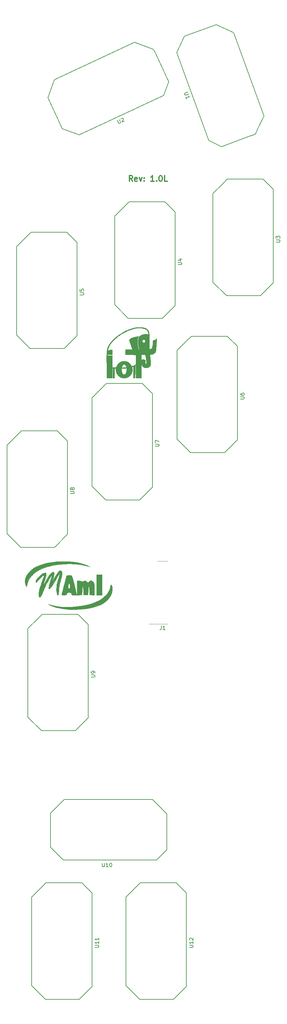
<source format=gbr>
G04 #@! TF.FileFunction,Legend,Top*
%FSLAX46Y46*%
G04 Gerber Fmt 4.6, Leading zero omitted, Abs format (unit mm)*
G04 Created by KiCad (PCBNEW 4.0.6) date 04/30/18 13:43:07*
%MOMM*%
%LPD*%
G01*
G04 APERTURE LIST*
%ADD10C,0.100000*%
%ADD11C,0.300000*%
%ADD12C,0.150000*%
%ADD13C,0.010000*%
%ADD14C,0.120000*%
G04 APERTURE END LIST*
D10*
D11*
X64328572Y-75153571D02*
X63828572Y-74439286D01*
X63471429Y-75153571D02*
X63471429Y-73653571D01*
X64042857Y-73653571D01*
X64185715Y-73725000D01*
X64257143Y-73796429D01*
X64328572Y-73939286D01*
X64328572Y-74153571D01*
X64257143Y-74296429D01*
X64185715Y-74367857D01*
X64042857Y-74439286D01*
X63471429Y-74439286D01*
X65542857Y-75082143D02*
X65400000Y-75153571D01*
X65114286Y-75153571D01*
X64971429Y-75082143D01*
X64900000Y-74939286D01*
X64900000Y-74367857D01*
X64971429Y-74225000D01*
X65114286Y-74153571D01*
X65400000Y-74153571D01*
X65542857Y-74225000D01*
X65614286Y-74367857D01*
X65614286Y-74510714D01*
X64900000Y-74653571D01*
X66114286Y-74153571D02*
X66471429Y-75153571D01*
X66828571Y-74153571D01*
X67400000Y-75010714D02*
X67471428Y-75082143D01*
X67400000Y-75153571D01*
X67328571Y-75082143D01*
X67400000Y-75010714D01*
X67400000Y-75153571D01*
X67400000Y-74225000D02*
X67471428Y-74296429D01*
X67400000Y-74367857D01*
X67328571Y-74296429D01*
X67400000Y-74225000D01*
X67400000Y-74367857D01*
X70042857Y-75153571D02*
X69185714Y-75153571D01*
X69614286Y-75153571D02*
X69614286Y-73653571D01*
X69471429Y-73867857D01*
X69328571Y-74010714D01*
X69185714Y-74082143D01*
X70685714Y-75010714D02*
X70757142Y-75082143D01*
X70685714Y-75153571D01*
X70614285Y-75082143D01*
X70685714Y-75010714D01*
X70685714Y-75153571D01*
X71685714Y-73653571D02*
X71828571Y-73653571D01*
X71971428Y-73725000D01*
X72042857Y-73796429D01*
X72114286Y-73939286D01*
X72185714Y-74225000D01*
X72185714Y-74582143D01*
X72114286Y-74867857D01*
X72042857Y-75010714D01*
X71971428Y-75082143D01*
X71828571Y-75153571D01*
X71685714Y-75153571D01*
X71542857Y-75082143D01*
X71471428Y-75010714D01*
X71400000Y-74867857D01*
X71328571Y-74582143D01*
X71328571Y-74225000D01*
X71400000Y-73939286D01*
X71471428Y-73796429D01*
X71542857Y-73725000D01*
X71685714Y-73653571D01*
X73542857Y-75153571D02*
X72828571Y-75153571D01*
X72828571Y-73653571D01*
D12*
X99125023Y-57861299D02*
X97571075Y-61193752D01*
X97571075Y-61193752D02*
X96853868Y-62731807D01*
X96853868Y-62731807D02*
X95632268Y-63176434D01*
X95632268Y-63176434D02*
X87926788Y-65980999D01*
X78050353Y-36799052D02*
X76018266Y-41156875D01*
X76018266Y-41156875D02*
X84466164Y-64367283D01*
X84466164Y-64367283D02*
X87926788Y-65980999D01*
X99125023Y-57861299D02*
X91121752Y-35872491D01*
X91121752Y-35872491D02*
X86507586Y-33720871D01*
X86507586Y-33720871D02*
X78050353Y-36799052D01*
X64827813Y-38406179D02*
X68283020Y-39663772D01*
X68283020Y-39663772D02*
X69877732Y-40244199D01*
X69877732Y-40244199D02*
X70427135Y-41422399D01*
X70427135Y-41422399D02*
X73892605Y-48854123D01*
X45682492Y-61236350D02*
X50200841Y-62880895D01*
X50200841Y-62880895D02*
X72586643Y-52442224D01*
X72586643Y-52442224D02*
X73892605Y-48854123D01*
X64827813Y-38406179D02*
X43620210Y-48295446D01*
X43620210Y-48295446D02*
X41878928Y-53079580D01*
X41878928Y-53079580D02*
X45682492Y-61236350D01*
X85600000Y-78400000D02*
X88200000Y-75800000D01*
X88200000Y-75800000D02*
X89400000Y-74600000D01*
X89400000Y-74600000D02*
X90700000Y-74600000D01*
X90700000Y-74600000D02*
X98900000Y-74600000D01*
X98200000Y-105400000D02*
X101600000Y-102000000D01*
X101600000Y-102000000D02*
X101600000Y-77300000D01*
X101600000Y-77300000D02*
X98900000Y-74600000D01*
X85600000Y-78400000D02*
X85600000Y-101800000D01*
X85600000Y-101800000D02*
X89200000Y-105400000D01*
X89200000Y-105400000D02*
X98200000Y-105400000D01*
X59600000Y-84400000D02*
X62200000Y-81800000D01*
X62200000Y-81800000D02*
X63400000Y-80600000D01*
X63400000Y-80600000D02*
X64700000Y-80600000D01*
X64700000Y-80600000D02*
X72900000Y-80600000D01*
X72200000Y-111400000D02*
X75600000Y-108000000D01*
X75600000Y-108000000D02*
X75600000Y-83300000D01*
X75600000Y-83300000D02*
X72900000Y-80600000D01*
X59600000Y-84400000D02*
X59600000Y-107800000D01*
X59600000Y-107800000D02*
X63200000Y-111400000D01*
X63200000Y-111400000D02*
X72200000Y-111400000D01*
X33600000Y-92400000D02*
X36200000Y-89800000D01*
X36200000Y-89800000D02*
X37400000Y-88600000D01*
X37400000Y-88600000D02*
X38700000Y-88600000D01*
X38700000Y-88600000D02*
X46900000Y-88600000D01*
X46200000Y-119400000D02*
X49600000Y-116000000D01*
X49600000Y-116000000D02*
X49600000Y-91300000D01*
X49600000Y-91300000D02*
X46900000Y-88600000D01*
X33600000Y-92400000D02*
X33600000Y-115800000D01*
X33600000Y-115800000D02*
X37200000Y-119400000D01*
X37200000Y-119400000D02*
X46200000Y-119400000D01*
X76100000Y-119900000D02*
X78700000Y-117300000D01*
X78700000Y-117300000D02*
X79900000Y-116100000D01*
X79900000Y-116100000D02*
X81200000Y-116100000D01*
X81200000Y-116100000D02*
X89400000Y-116100000D01*
X88700000Y-146900000D02*
X92100000Y-143500000D01*
X92100000Y-143500000D02*
X92100000Y-118800000D01*
X92100000Y-118800000D02*
X89400000Y-116100000D01*
X76100000Y-119900000D02*
X76100000Y-143300000D01*
X76100000Y-143300000D02*
X79700000Y-146900000D01*
X79700000Y-146900000D02*
X88700000Y-146900000D01*
X53600000Y-132400000D02*
X56200000Y-129800000D01*
X56200000Y-129800000D02*
X57400000Y-128600000D01*
X57400000Y-128600000D02*
X58700000Y-128600000D01*
X58700000Y-128600000D02*
X66900000Y-128600000D01*
X66200000Y-159400000D02*
X69600000Y-156000000D01*
X69600000Y-156000000D02*
X69600000Y-131300000D01*
X69600000Y-131300000D02*
X66900000Y-128600000D01*
X53600000Y-132400000D02*
X53600000Y-155800000D01*
X53600000Y-155800000D02*
X57200000Y-159400000D01*
X57200000Y-159400000D02*
X66200000Y-159400000D01*
X31100000Y-144900000D02*
X33700000Y-142300000D01*
X33700000Y-142300000D02*
X34900000Y-141100000D01*
X34900000Y-141100000D02*
X36200000Y-141100000D01*
X36200000Y-141100000D02*
X44400000Y-141100000D01*
X43700000Y-171900000D02*
X47100000Y-168500000D01*
X47100000Y-168500000D02*
X47100000Y-143800000D01*
X47100000Y-143800000D02*
X44400000Y-141100000D01*
X31100000Y-144900000D02*
X31100000Y-168300000D01*
X31100000Y-168300000D02*
X34700000Y-171900000D01*
X34700000Y-171900000D02*
X43700000Y-171900000D01*
X36600000Y-193400000D02*
X39200000Y-190800000D01*
X39200000Y-190800000D02*
X40400000Y-189600000D01*
X40400000Y-189600000D02*
X41700000Y-189600000D01*
X41700000Y-189600000D02*
X49900000Y-189600000D01*
X49200000Y-220400000D02*
X52600000Y-217000000D01*
X52600000Y-217000000D02*
X52600000Y-192300000D01*
X52600000Y-192300000D02*
X49900000Y-189600000D01*
X36600000Y-193400000D02*
X36600000Y-216800000D01*
X36600000Y-216800000D02*
X40200000Y-220400000D01*
X40200000Y-220400000D02*
X49200000Y-220400000D01*
X69600000Y-238600000D02*
X72200000Y-241200000D01*
X72200000Y-241200000D02*
X73400000Y-242400000D01*
X73400000Y-242400000D02*
X73400000Y-243700000D01*
X73400000Y-243700000D02*
X73400000Y-251900000D01*
X42600000Y-251200000D02*
X46000000Y-254600000D01*
X46000000Y-254600000D02*
X70700000Y-254600000D01*
X70700000Y-254600000D02*
X73400000Y-251900000D01*
X69600000Y-238600000D02*
X46200000Y-238600000D01*
X46200000Y-238600000D02*
X42600000Y-242200000D01*
X42600000Y-242200000D02*
X42600000Y-251200000D01*
X37600000Y-264400000D02*
X40200000Y-261800000D01*
X40200000Y-261800000D02*
X41400000Y-260600000D01*
X41400000Y-260600000D02*
X42700000Y-260600000D01*
X42700000Y-260600000D02*
X50900000Y-260600000D01*
X50200000Y-291400000D02*
X53600000Y-288000000D01*
X53600000Y-288000000D02*
X53600000Y-263300000D01*
X53600000Y-263300000D02*
X50900000Y-260600000D01*
X37600000Y-264400000D02*
X37600000Y-287800000D01*
X37600000Y-287800000D02*
X41200000Y-291400000D01*
X41200000Y-291400000D02*
X50200000Y-291400000D01*
X62600000Y-264400000D02*
X65200000Y-261800000D01*
X65200000Y-261800000D02*
X66400000Y-260600000D01*
X66400000Y-260600000D02*
X67700000Y-260600000D01*
X67700000Y-260600000D02*
X75900000Y-260600000D01*
X75200000Y-291400000D02*
X78600000Y-288000000D01*
X78600000Y-288000000D02*
X78600000Y-263300000D01*
X78600000Y-263300000D02*
X75900000Y-260600000D01*
X62600000Y-264400000D02*
X62600000Y-287800000D01*
X62600000Y-287800000D02*
X66200000Y-291400000D01*
X66200000Y-291400000D02*
X75200000Y-291400000D01*
D13*
G36*
X66202347Y-113733686D02*
X66357972Y-113737883D01*
X66511381Y-113744818D01*
X66659841Y-113754432D01*
X66800620Y-113766666D01*
X66930986Y-113781460D01*
X66981486Y-113788351D01*
X67173005Y-113821230D01*
X67353114Y-113863035D01*
X67521893Y-113913824D01*
X67679423Y-113973653D01*
X67825782Y-114042579D01*
X67961050Y-114120660D01*
X68085306Y-114207952D01*
X68198632Y-114304513D01*
X68301105Y-114410399D01*
X68392805Y-114525668D01*
X68473813Y-114650376D01*
X68544208Y-114784580D01*
X68604069Y-114928338D01*
X68614398Y-114957135D01*
X68651300Y-115077726D01*
X68681783Y-115209260D01*
X68705531Y-115349511D01*
X68722229Y-115496253D01*
X68731559Y-115647260D01*
X68733286Y-115794543D01*
X68733235Y-115856641D01*
X68734886Y-115904448D01*
X68738237Y-115937916D01*
X68740855Y-115950377D01*
X68744534Y-115966134D01*
X68747345Y-115985185D01*
X68749287Y-116008865D01*
X68750363Y-116038509D01*
X68750575Y-116075454D01*
X68749923Y-116121034D01*
X68748410Y-116176586D01*
X68746037Y-116243444D01*
X68742805Y-116322946D01*
X68741343Y-116356971D01*
X68739667Y-116398882D01*
X68738161Y-116444089D01*
X68736818Y-116493429D01*
X68735630Y-116547740D01*
X68734590Y-116607858D01*
X68733691Y-116674620D01*
X68732927Y-116748864D01*
X68732290Y-116831427D01*
X68731773Y-116923146D01*
X68731369Y-117024857D01*
X68731071Y-117137399D01*
X68730872Y-117261608D01*
X68730765Y-117398322D01*
X68730742Y-117548376D01*
X68730756Y-117612457D01*
X68730875Y-117741646D01*
X68731152Y-117872178D01*
X68731577Y-118003241D01*
X68732139Y-118134023D01*
X68732830Y-118263710D01*
X68733641Y-118391490D01*
X68734561Y-118516552D01*
X68735582Y-118638082D01*
X68736694Y-118755267D01*
X68737887Y-118867296D01*
X68739153Y-118973356D01*
X68740481Y-119072634D01*
X68741862Y-119164318D01*
X68743287Y-119247595D01*
X68744747Y-119321653D01*
X68746232Y-119385680D01*
X68747732Y-119438862D01*
X68749238Y-119480387D01*
X68750741Y-119509444D01*
X68752231Y-119525218D01*
X68752993Y-119527898D01*
X68762680Y-119529050D01*
X68784158Y-119526705D01*
X68815270Y-119521373D01*
X68853856Y-119513566D01*
X68897759Y-119503793D01*
X68944820Y-119492566D01*
X68992881Y-119480396D01*
X69039784Y-119467794D01*
X69083370Y-119455270D01*
X69121482Y-119443336D01*
X69145252Y-119435050D01*
X69241413Y-119394391D01*
X69326221Y-119348120D01*
X69399086Y-119296689D01*
X69459418Y-119240552D01*
X69506625Y-119180161D01*
X69528972Y-119140923D01*
X69554429Y-119089286D01*
X69644934Y-118153114D01*
X69656072Y-118037815D01*
X69666817Y-117926405D01*
X69677086Y-117819748D01*
X69686798Y-117718709D01*
X69695869Y-117624153D01*
X69704217Y-117536945D01*
X69711760Y-117457950D01*
X69718414Y-117388032D01*
X69724097Y-117328057D01*
X69728728Y-117278890D01*
X69732222Y-117241395D01*
X69734498Y-117216437D01*
X69735474Y-117204882D01*
X69735505Y-117204243D01*
X69736847Y-117198923D01*
X69742360Y-117195325D01*
X69754372Y-117193120D01*
X69775211Y-117191979D01*
X69807206Y-117191573D01*
X69825484Y-117191543D01*
X69910197Y-117187950D01*
X69991170Y-117176729D01*
X70069861Y-117157216D01*
X70147724Y-117128747D01*
X70226214Y-117090660D01*
X70306787Y-117042290D01*
X70390899Y-116982974D01*
X70480005Y-116912049D01*
X70527567Y-116871430D01*
X70577714Y-116828301D01*
X70618323Y-116795235D01*
X70650374Y-116772290D01*
X70674850Y-116759528D01*
X70692729Y-116757008D01*
X70704992Y-116764791D01*
X70712621Y-116782938D01*
X70716594Y-116811508D01*
X70717894Y-116850561D01*
X70717751Y-116883114D01*
X70717108Y-116898462D01*
X70715423Y-116927416D01*
X70712761Y-116969110D01*
X70709187Y-117022679D01*
X70704764Y-117087256D01*
X70699558Y-117161975D01*
X70693632Y-117245971D01*
X70687051Y-117338377D01*
X70679878Y-117438328D01*
X70672179Y-117544957D01*
X70664018Y-117657399D01*
X70655458Y-117774788D01*
X70646565Y-117896258D01*
X70637402Y-118020943D01*
X70628034Y-118147976D01*
X70618524Y-118276493D01*
X70608939Y-118405626D01*
X70599341Y-118534511D01*
X70589794Y-118662280D01*
X70580364Y-118788069D01*
X70571115Y-118911011D01*
X70562111Y-119030241D01*
X70553415Y-119144891D01*
X70545093Y-119254098D01*
X70537209Y-119356993D01*
X70529827Y-119452712D01*
X70523011Y-119540389D01*
X70516826Y-119619158D01*
X70511336Y-119688152D01*
X70506605Y-119746505D01*
X70502697Y-119793353D01*
X70499678Y-119827828D01*
X70497610Y-119849066D01*
X70497359Y-119851286D01*
X70479295Y-119969479D01*
X70453648Y-120077703D01*
X70419629Y-120178810D01*
X70385235Y-120257788D01*
X70334214Y-120350148D01*
X70273367Y-120435141D01*
X70202254Y-120513049D01*
X70120434Y-120584156D01*
X70027466Y-120648744D01*
X69922910Y-120707098D01*
X69806325Y-120759500D01*
X69677271Y-120806233D01*
X69535307Y-120847580D01*
X69427058Y-120873684D01*
X69358882Y-120887997D01*
X69280925Y-120902902D01*
X69197852Y-120917600D01*
X69114330Y-120931289D01*
X69035024Y-120943170D01*
X68975386Y-120951129D01*
X68936474Y-120956824D01*
X68911745Y-120962497D01*
X68901349Y-120968110D01*
X68901000Y-120969330D01*
X68901798Y-120977537D01*
X68904128Y-120999292D01*
X68907892Y-121033721D01*
X68912991Y-121079948D01*
X68919330Y-121137100D01*
X68926809Y-121204302D01*
X68935332Y-121280680D01*
X68944801Y-121365358D01*
X68955119Y-121457463D01*
X68966187Y-121556119D01*
X68977908Y-121660453D01*
X68990184Y-121769589D01*
X69002704Y-121880742D01*
X69019225Y-122027346D01*
X69034201Y-122160315D01*
X69047706Y-122280437D01*
X69059817Y-122388500D01*
X69070610Y-122485292D01*
X69080160Y-122571603D01*
X69088544Y-122648219D01*
X69095837Y-122715929D01*
X69102115Y-122775521D01*
X69107456Y-122827784D01*
X69111933Y-122873505D01*
X69115624Y-122913473D01*
X69118604Y-122948477D01*
X69120949Y-122979303D01*
X69122736Y-123006741D01*
X69124039Y-123031578D01*
X69124936Y-123054603D01*
X69125502Y-123076605D01*
X69125812Y-123098370D01*
X69125944Y-123120688D01*
X69125972Y-123144346D01*
X69125972Y-123159938D01*
X69121499Y-123312157D01*
X69107987Y-123453340D01*
X69085291Y-123583917D01*
X69053270Y-123704322D01*
X69011781Y-123814983D01*
X68960679Y-123916335D01*
X68899824Y-124008806D01*
X68829071Y-124092830D01*
X68810762Y-124111625D01*
X68730275Y-124183400D01*
X68641660Y-124245811D01*
X68544308Y-124299084D01*
X68437614Y-124343447D01*
X68320970Y-124379125D01*
X68193768Y-124406345D01*
X68055403Y-124425334D01*
X67946686Y-124434148D01*
X67799657Y-124437603D01*
X67661756Y-124429804D01*
X67532907Y-124410719D01*
X67413032Y-124380316D01*
X67302056Y-124338562D01*
X67199901Y-124285426D01*
X67106492Y-124220876D01*
X67021751Y-124144880D01*
X66945603Y-124057406D01*
X66903407Y-123998500D01*
X66853966Y-123918307D01*
X66810329Y-123834521D01*
X66772103Y-123745766D01*
X66738895Y-123650667D01*
X66710311Y-123547850D01*
X66685958Y-123435940D01*
X66665441Y-123313562D01*
X66648368Y-123179342D01*
X66637564Y-123069828D01*
X66635746Y-123051310D01*
X66634291Y-123042028D01*
X66633151Y-123042801D01*
X66632280Y-123054446D01*
X66631631Y-123077781D01*
X66631156Y-123113626D01*
X66630809Y-123162797D01*
X66630681Y-123189571D01*
X66629447Y-123477952D01*
X66628269Y-123752157D01*
X66627145Y-124012526D01*
X66626074Y-124259398D01*
X66625054Y-124493111D01*
X66624083Y-124714006D01*
X66623159Y-124922421D01*
X66622281Y-125118694D01*
X66621447Y-125303166D01*
X66620654Y-125476174D01*
X66619902Y-125638058D01*
X66619189Y-125789158D01*
X66618512Y-125929811D01*
X66617870Y-126060357D01*
X66617261Y-126181136D01*
X66616684Y-126292485D01*
X66616136Y-126394745D01*
X66615616Y-126488253D01*
X66615121Y-126573350D01*
X66614652Y-126650373D01*
X66614204Y-126719663D01*
X66613778Y-126781558D01*
X66613370Y-126836397D01*
X66612979Y-126884519D01*
X66612604Y-126926264D01*
X66612242Y-126961969D01*
X66611892Y-126991975D01*
X66611553Y-127016620D01*
X66611221Y-127036243D01*
X66610896Y-127051183D01*
X66610576Y-127061780D01*
X66610358Y-127066700D01*
X66606346Y-127141086D01*
X66092968Y-127141086D01*
X66001021Y-127141014D01*
X65908078Y-127140807D01*
X65816000Y-127140477D01*
X65726652Y-127140036D01*
X65641897Y-127139497D01*
X65563596Y-127138872D01*
X65493614Y-127138173D01*
X65433812Y-127137413D01*
X65386054Y-127136604D01*
X65373395Y-127136331D01*
X65167200Y-127131577D01*
X65169500Y-126474117D01*
X65169749Y-126383320D01*
X65169912Y-126279660D01*
X65169992Y-126164786D01*
X65169990Y-126040350D01*
X65169910Y-125908002D01*
X65169754Y-125769392D01*
X65169524Y-125626171D01*
X65169225Y-125479990D01*
X65168857Y-125332499D01*
X65168424Y-125185347D01*
X65167928Y-125040187D01*
X65167372Y-124898668D01*
X65166796Y-124770048D01*
X65161791Y-123723439D01*
X65110067Y-123766508D01*
X65082483Y-123789662D01*
X65054910Y-123813115D01*
X65032237Y-123832701D01*
X65027313Y-123837031D01*
X64996282Y-123864486D01*
X64989331Y-125261486D01*
X64988614Y-125406717D01*
X64987916Y-125550294D01*
X64987241Y-125691349D01*
X64986593Y-125829013D01*
X64985975Y-125962420D01*
X64985391Y-126090699D01*
X64984845Y-126212984D01*
X64984341Y-126328406D01*
X64983883Y-126436097D01*
X64983473Y-126535189D01*
X64983117Y-126624813D01*
X64982817Y-126704102D01*
X64982578Y-126772187D01*
X64982403Y-126828200D01*
X64982296Y-126871273D01*
X64982261Y-126896157D01*
X64982143Y-127133828D01*
X64503172Y-127133828D01*
X64503172Y-125631600D01*
X64503159Y-125485050D01*
X64503124Y-125342401D01*
X64503065Y-125204328D01*
X64502986Y-125071506D01*
X64502886Y-124944611D01*
X64502767Y-124824318D01*
X64502630Y-124711302D01*
X64502476Y-124606239D01*
X64502307Y-124509803D01*
X64502124Y-124422670D01*
X64501927Y-124345516D01*
X64501718Y-124279016D01*
X64501498Y-124223845D01*
X64501269Y-124180678D01*
X64501030Y-124150190D01*
X64500785Y-124133058D01*
X64500604Y-124129371D01*
X64493310Y-124131820D01*
X64474762Y-124138597D01*
X64447267Y-124148843D01*
X64413126Y-124161703D01*
X64386304Y-124171879D01*
X64344000Y-124187790D01*
X64302002Y-124203265D01*
X64264116Y-124216922D01*
X64234149Y-124227380D01*
X64223772Y-124230834D01*
X64198192Y-124239557D01*
X64178110Y-124247220D01*
X64167506Y-124252294D01*
X64167107Y-124252611D01*
X64166816Y-124261081D01*
X64169710Y-124281177D01*
X64175332Y-124310476D01*
X64183228Y-124346552D01*
X64190442Y-124376899D01*
X64207403Y-124448262D01*
X64221044Y-124511722D01*
X64231708Y-124570331D01*
X64239739Y-124627137D01*
X64245480Y-124685192D01*
X64249275Y-124747546D01*
X64251467Y-124817249D01*
X64252401Y-124897352D01*
X64252493Y-124927657D01*
X64252477Y-124993405D01*
X64252143Y-125047128D01*
X64251367Y-125091313D01*
X64250023Y-125128447D01*
X64247985Y-125161019D01*
X64245127Y-125191516D01*
X64241325Y-125222426D01*
X64236453Y-125256236D01*
X64235657Y-125261486D01*
X64200789Y-125443964D01*
X64152752Y-125620444D01*
X64091612Y-125790772D01*
X64017438Y-125954795D01*
X63930298Y-126112360D01*
X63830258Y-126263316D01*
X63739456Y-126381078D01*
X63704764Y-126421082D01*
X63661903Y-126467133D01*
X63613625Y-126516546D01*
X63562680Y-126566636D01*
X63511819Y-126614716D01*
X63463794Y-126658103D01*
X63421356Y-126694111D01*
X63407343Y-126705241D01*
X63259893Y-126810787D01*
X63107369Y-126902736D01*
X62949746Y-126981095D01*
X62787002Y-127045874D01*
X62619113Y-127097083D01*
X62446055Y-127134730D01*
X62267806Y-127158825D01*
X62224792Y-127162550D01*
X62145665Y-127167045D01*
X62064738Y-127168686D01*
X61988224Y-127167410D01*
X61948657Y-127165332D01*
X61774024Y-127147349D01*
X61606983Y-127117730D01*
X61445884Y-127076024D01*
X61289073Y-127021783D01*
X61134898Y-126954557D01*
X61088686Y-126931676D01*
X61020938Y-126895109D01*
X60947917Y-126852036D01*
X60873753Y-126805113D01*
X60802571Y-126756999D01*
X60738502Y-126710350D01*
X60708922Y-126687195D01*
X60585031Y-126578426D01*
X60467753Y-126457919D01*
X60358550Y-126327503D01*
X60258887Y-126189013D01*
X60170230Y-126044279D01*
X60121578Y-125952506D01*
X60061389Y-125823492D01*
X60011047Y-125696460D01*
X59969495Y-125567946D01*
X59935674Y-125434487D01*
X59908527Y-125292619D01*
X59897194Y-125217943D01*
X59892751Y-125176228D01*
X59889272Y-125123333D01*
X59886764Y-125062159D01*
X59885232Y-124995603D01*
X59884681Y-124926563D01*
X59884767Y-124913027D01*
X61399083Y-124913027D01*
X61399925Y-124956686D01*
X61408262Y-125103496D01*
X61423626Y-125244485D01*
X61445705Y-125378963D01*
X61474184Y-125506243D01*
X61508750Y-125625636D01*
X61549088Y-125736453D01*
X61594886Y-125838007D01*
X61645830Y-125929609D01*
X61701607Y-126010570D01*
X61761901Y-126080203D01*
X61826401Y-126137820D01*
X61894791Y-126182731D01*
X61966760Y-126214249D01*
X61974057Y-126216612D01*
X62004561Y-126222668D01*
X62043961Y-126225625D01*
X62086982Y-126225523D01*
X62128351Y-126222400D01*
X62162793Y-126216296D01*
X62166869Y-126215175D01*
X62230018Y-126189722D01*
X62292801Y-126150867D01*
X62354124Y-126099707D01*
X62412891Y-126037336D01*
X62468006Y-125964848D01*
X62518374Y-125883338D01*
X62540170Y-125842075D01*
X62589340Y-125733861D01*
X62631460Y-125618966D01*
X62667008Y-125495713D01*
X62696459Y-125362424D01*
X62720290Y-125217423D01*
X62722824Y-125198940D01*
X62726969Y-125160162D01*
X62730294Y-125112961D01*
X62732821Y-125059158D01*
X62734567Y-125000573D01*
X62735555Y-124939025D01*
X62735804Y-124876334D01*
X62735334Y-124814320D01*
X62734165Y-124754803D01*
X62732318Y-124699604D01*
X62729812Y-124650542D01*
X62726668Y-124609437D01*
X62722907Y-124578108D01*
X62718547Y-124558377D01*
X62715668Y-124552877D01*
X62707638Y-124552355D01*
X62687605Y-124553118D01*
X62658010Y-124555015D01*
X62621291Y-124557894D01*
X62589851Y-124560672D01*
X62475214Y-124570757D01*
X62364503Y-124579386D01*
X62254903Y-124586704D01*
X62143600Y-124592859D01*
X62027778Y-124597998D01*
X61904623Y-124602268D01*
X61771319Y-124605816D01*
X61692936Y-124607507D01*
X61631297Y-124608848D01*
X61574282Y-124610294D01*
X61523506Y-124611787D01*
X61480582Y-124613272D01*
X61447126Y-124614691D01*
X61424751Y-124615989D01*
X61415071Y-124617108D01*
X61414833Y-124617234D01*
X61411605Y-124627385D01*
X61408536Y-124649767D01*
X61405726Y-124682096D01*
X61403277Y-124722089D01*
X61401287Y-124767462D01*
X61399858Y-124815931D01*
X61399090Y-124865214D01*
X61399083Y-124913027D01*
X59884767Y-124913027D01*
X59885117Y-124857939D01*
X59886545Y-124792627D01*
X59888971Y-124733529D01*
X59892400Y-124683540D01*
X59896118Y-124650308D01*
X59906308Y-124579788D01*
X59887897Y-124576233D01*
X59875484Y-124574994D01*
X59850911Y-124573494D01*
X59816529Y-124571840D01*
X59774686Y-124570140D01*
X59727734Y-124568504D01*
X59704386Y-124567782D01*
X59539286Y-124562886D01*
X59539286Y-127119314D01*
X59118412Y-127119314D01*
X59116577Y-125825728D01*
X59114743Y-124532143D01*
X59029333Y-124525629D01*
X58995778Y-124523317D01*
X58967921Y-124521866D01*
X58948705Y-124521395D01*
X58941095Y-124522001D01*
X58940768Y-124529443D01*
X58940394Y-124550670D01*
X58939976Y-124584954D01*
X58939519Y-124631566D01*
X58939027Y-124689776D01*
X58938506Y-124758856D01*
X58937959Y-124838077D01*
X58937391Y-124926711D01*
X58936807Y-125024027D01*
X58936212Y-125129299D01*
X58935610Y-125241795D01*
X58935005Y-125360789D01*
X58934402Y-125485550D01*
X58933806Y-125615350D01*
X58933222Y-125749461D01*
X58932918Y-125822100D01*
X58927569Y-127119314D01*
X57478257Y-127119314D01*
X57478183Y-125375786D01*
X57478168Y-125185565D01*
X57478139Y-125009201D01*
X57478090Y-124846035D01*
X57478017Y-124695412D01*
X57477915Y-124556671D01*
X57477780Y-124429157D01*
X57477720Y-124387830D01*
X61447915Y-124387830D01*
X61447915Y-124406180D01*
X61638415Y-124401751D01*
X61702665Y-124400110D01*
X61774097Y-124398038D01*
X61847697Y-124395696D01*
X61918455Y-124393247D01*
X61981359Y-124390851D01*
X61999457Y-124390104D01*
X62069127Y-124386919D01*
X62141379Y-124383186D01*
X62214697Y-124379018D01*
X62287569Y-124374526D01*
X62358479Y-124369825D01*
X62425914Y-124365027D01*
X62488359Y-124360244D01*
X62544300Y-124355590D01*
X62592224Y-124351177D01*
X62630616Y-124347119D01*
X62657961Y-124343528D01*
X62672746Y-124340517D01*
X62674422Y-124339797D01*
X62676861Y-124330156D01*
X62674397Y-124308277D01*
X62667340Y-124275467D01*
X62656003Y-124233035D01*
X62640696Y-124182287D01*
X62626574Y-124138884D01*
X62585670Y-124029405D01*
X62539736Y-123929764D01*
X62489279Y-123840460D01*
X62434807Y-123761991D01*
X62376826Y-123694853D01*
X62315844Y-123639545D01*
X62252368Y-123596564D01*
X62186906Y-123566408D01*
X62119966Y-123549574D01*
X62052053Y-123546561D01*
X62025422Y-123549238D01*
X61962368Y-123563027D01*
X61903757Y-123586523D01*
X61847420Y-123620955D01*
X61791190Y-123667551D01*
X61757069Y-123701368D01*
X61689908Y-123781429D01*
X61628972Y-123874431D01*
X61574372Y-123980151D01*
X61526219Y-124098368D01*
X61484622Y-124228859D01*
X61472756Y-124273012D01*
X61463574Y-124309973D01*
X61455925Y-124343254D01*
X61450503Y-124369644D01*
X61448003Y-124385931D01*
X61447915Y-124387830D01*
X57477720Y-124387830D01*
X57477608Y-124312211D01*
X57477394Y-124205176D01*
X57477133Y-124107394D01*
X57476822Y-124018208D01*
X57476454Y-123936959D01*
X57476027Y-123862990D01*
X57475536Y-123795643D01*
X57474976Y-123734262D01*
X57474342Y-123678187D01*
X57473630Y-123626762D01*
X57472836Y-123579329D01*
X57471955Y-123535230D01*
X57470982Y-123493808D01*
X57469914Y-123454404D01*
X57468745Y-123416362D01*
X57467472Y-123379023D01*
X57466089Y-123341730D01*
X57464592Y-123303825D01*
X57463928Y-123287543D01*
X57448282Y-122830137D01*
X57439280Y-122380750D01*
X57436910Y-121940129D01*
X57441160Y-121509018D01*
X57449015Y-121204663D01*
X57659686Y-121204663D01*
X58292872Y-121206517D01*
X58926057Y-121208371D01*
X58927888Y-122766843D01*
X58928101Y-122944159D01*
X58928308Y-123107531D01*
X58928516Y-123257527D01*
X58928730Y-123394717D01*
X58928955Y-123519669D01*
X58929195Y-123632954D01*
X58929458Y-123735140D01*
X58929747Y-123826796D01*
X58930069Y-123908493D01*
X58930428Y-123980799D01*
X58930829Y-124044284D01*
X58931279Y-124099516D01*
X58931783Y-124147066D01*
X58932344Y-124187502D01*
X58932970Y-124221393D01*
X58933666Y-124249310D01*
X58934435Y-124271821D01*
X58935285Y-124289495D01*
X58936220Y-124302903D01*
X58937245Y-124312612D01*
X58938366Y-124319193D01*
X58939588Y-124323215D01*
X58940917Y-124325246D01*
X58942357Y-124325857D01*
X58942403Y-124325860D01*
X58951733Y-124326276D01*
X58974284Y-124327289D01*
X59008776Y-124328841D01*
X59053933Y-124330875D01*
X59108473Y-124333333D01*
X59171119Y-124336157D01*
X59240592Y-124339290D01*
X59315614Y-124342674D01*
X59394904Y-124346251D01*
X59405029Y-124346708D01*
X59485990Y-124350340D01*
X59563798Y-124353791D01*
X59637044Y-124357001D01*
X59704316Y-124359909D01*
X59764205Y-124362457D01*
X59815302Y-124364583D01*
X59856194Y-124366228D01*
X59885474Y-124367332D01*
X59901729Y-124367835D01*
X59902143Y-124367842D01*
X59949315Y-124368675D01*
X59973374Y-124283494D01*
X60022540Y-124133836D01*
X60084933Y-123984644D01*
X60159351Y-123837916D01*
X60244587Y-123695654D01*
X60339438Y-123559855D01*
X60442699Y-123432520D01*
X60553164Y-123315646D01*
X60561351Y-123307701D01*
X60695537Y-123188053D01*
X60836987Y-123080946D01*
X60985482Y-122986487D01*
X61140802Y-122904779D01*
X61302725Y-122835930D01*
X61471033Y-122780044D01*
X61645506Y-122737227D01*
X61807143Y-122710017D01*
X61865022Y-122704072D01*
X61933491Y-122699933D01*
X62008737Y-122697602D01*
X62086948Y-122697082D01*
X62164311Y-122698376D01*
X62237014Y-122701487D01*
X62301244Y-122706416D01*
X62329657Y-122709651D01*
X62509276Y-122740007D01*
X62682481Y-122783342D01*
X62849156Y-122839600D01*
X63009186Y-122908725D01*
X63162455Y-122990662D01*
X63308848Y-123085356D01*
X63448249Y-123192750D01*
X63575688Y-123308038D01*
X63690489Y-123427261D01*
X63792551Y-123548918D01*
X63883650Y-123675481D01*
X63965563Y-123809423D01*
X64040064Y-123953217D01*
X64042107Y-123957507D01*
X64089200Y-124056616D01*
X64192772Y-124020204D01*
X64356104Y-123959530D01*
X64519961Y-123892405D01*
X64681137Y-123820304D01*
X64836426Y-123744703D01*
X64982625Y-123667079D01*
X65076486Y-123613135D01*
X65167200Y-123559146D01*
X65171542Y-123015130D01*
X65172236Y-122923871D01*
X65172965Y-122820319D01*
X65173715Y-122706693D01*
X65174473Y-122585215D01*
X65175227Y-122458106D01*
X65175964Y-122327586D01*
X65176672Y-122195875D01*
X65177338Y-122065194D01*
X65177661Y-121997711D01*
X66636772Y-121997711D01*
X66636772Y-122439960D01*
X66661927Y-122417874D01*
X66718383Y-122374526D01*
X66785105Y-122333580D01*
X66857847Y-122297226D01*
X66932362Y-122267656D01*
X66983102Y-122252218D01*
X67019677Y-122243496D01*
X67053144Y-122237821D01*
X67088792Y-122234579D01*
X67131912Y-122233153D01*
X67148400Y-122232978D01*
X67249510Y-122238207D01*
X67343792Y-122255725D01*
X67432985Y-122286105D01*
X67518829Y-122329919D01*
X67591287Y-122378770D01*
X67639861Y-122416799D01*
X67676756Y-122450243D01*
X67703095Y-122481359D01*
X67720002Y-122512402D01*
X67728599Y-122545627D01*
X67730010Y-122583290D01*
X67725356Y-122627646D01*
X67722870Y-122643039D01*
X67715164Y-122681432D01*
X67705139Y-122722421D01*
X67694695Y-122758377D01*
X67692469Y-122765028D01*
X67673797Y-122838879D01*
X67665600Y-122919896D01*
X67667489Y-123005620D01*
X67679075Y-123093594D01*
X67699970Y-123181358D01*
X67729784Y-123266453D01*
X67768128Y-123346423D01*
X67790367Y-123383700D01*
X67810352Y-123413195D01*
X67826236Y-123431208D01*
X67840619Y-123439130D01*
X67856098Y-123438354D01*
X67875272Y-123430273D01*
X67876289Y-123429746D01*
X67907096Y-123406454D01*
X67933188Y-123371023D01*
X67954558Y-123323360D01*
X67971200Y-123263369D01*
X67983108Y-123190956D01*
X67990277Y-123106027D01*
X67992699Y-123008488D01*
X67990369Y-122898244D01*
X67983280Y-122775200D01*
X67971427Y-122639263D01*
X67954804Y-122490337D01*
X67933404Y-122328329D01*
X67907220Y-122153144D01*
X67876248Y-121964687D01*
X67840481Y-121762865D01*
X67799913Y-121547582D01*
X67754537Y-121318745D01*
X67732359Y-121210408D01*
X67722135Y-121161173D01*
X67712701Y-121116207D01*
X67704504Y-121077610D01*
X67697993Y-121047483D01*
X67693616Y-121027926D01*
X67692017Y-121021500D01*
X67690607Y-121019070D01*
X67687329Y-121016971D01*
X67681194Y-121015178D01*
X67671210Y-121013667D01*
X67656387Y-121012414D01*
X67635733Y-121011395D01*
X67608258Y-121010587D01*
X67572971Y-121009965D01*
X67528882Y-121009505D01*
X67474999Y-121009183D01*
X67410332Y-121008976D01*
X67333890Y-121008859D01*
X67244682Y-121008809D01*
X67167232Y-121008800D01*
X66646385Y-121008800D01*
X66641578Y-121282130D01*
X66640660Y-121342503D01*
X66639799Y-121414877D01*
X66639013Y-121496738D01*
X66638318Y-121585573D01*
X66637731Y-121678868D01*
X66637269Y-121774111D01*
X66636949Y-121868787D01*
X66636788Y-121960384D01*
X66636772Y-121997711D01*
X65177661Y-121997711D01*
X65177949Y-121937764D01*
X65178493Y-121815806D01*
X65178799Y-121741771D01*
X65181715Y-121012428D01*
X63871800Y-121008800D01*
X62561886Y-121005171D01*
X62529229Y-120985923D01*
X62490041Y-120954526D01*
X62459060Y-120911860D01*
X62436991Y-120859081D01*
X62427668Y-120819371D01*
X62425834Y-120801619D01*
X62424317Y-120771287D01*
X62423114Y-120728106D01*
X62422222Y-120671810D01*
X62421639Y-120602132D01*
X62421362Y-120518804D01*
X62421387Y-120421560D01*
X62421712Y-120310131D01*
X62421827Y-120283086D01*
X62424000Y-119793228D01*
X62440571Y-119752247D01*
X62461152Y-119712785D01*
X62488541Y-119676372D01*
X62519260Y-119647120D01*
X62541738Y-119632674D01*
X62546342Y-119630620D01*
X62551968Y-119628777D01*
X62559408Y-119627129D01*
X62569453Y-119625661D01*
X62582895Y-119624358D01*
X62600523Y-119623205D01*
X62623130Y-119622185D01*
X62651506Y-119621285D01*
X62686443Y-119620488D01*
X62728732Y-119619780D01*
X62779163Y-119619145D01*
X62838529Y-119618567D01*
X62907619Y-119618032D01*
X62987226Y-119617524D01*
X63078141Y-119617029D01*
X63181153Y-119616529D01*
X63297056Y-119616011D01*
X63426639Y-119615459D01*
X63433968Y-119615428D01*
X64298793Y-119611800D01*
X63870631Y-118425257D01*
X63816726Y-118275858D01*
X63767537Y-118139479D01*
X63722846Y-118015491D01*
X63682434Y-117903264D01*
X63646086Y-117802168D01*
X63613581Y-117711573D01*
X63584703Y-117630851D01*
X63559234Y-117559370D01*
X63536955Y-117496502D01*
X63517650Y-117441617D01*
X63501100Y-117394084D01*
X63487087Y-117353275D01*
X63475394Y-117318560D01*
X63465802Y-117289308D01*
X63458095Y-117264890D01*
X63452053Y-117244677D01*
X63447460Y-117228039D01*
X63444097Y-117214345D01*
X63441746Y-117202967D01*
X63440191Y-117193274D01*
X63439212Y-117184638D01*
X63438592Y-117176427D01*
X63438585Y-117176315D01*
X63439336Y-117116305D01*
X63449956Y-117060290D01*
X63471302Y-117006397D01*
X63504232Y-116952750D01*
X63549602Y-116897474D01*
X63580911Y-116864962D01*
X63647327Y-116805454D01*
X63724761Y-116747872D01*
X63813765Y-116691925D01*
X63914891Y-116637323D01*
X64028691Y-116583774D01*
X64155716Y-116530989D01*
X64296517Y-116478676D01*
X64347143Y-116461110D01*
X64500186Y-116412032D01*
X64665214Y-116364964D01*
X64839772Y-116320419D01*
X65021410Y-116278910D01*
X65207674Y-116240950D01*
X65396112Y-116207052D01*
X65584270Y-116177729D01*
X65769696Y-116153496D01*
X65869974Y-116142487D01*
X65919604Y-116137428D01*
X65894385Y-116172814D01*
X65863378Y-116221946D01*
X65831496Y-116282896D01*
X65799854Y-116353103D01*
X65769565Y-116430007D01*
X65741746Y-116511048D01*
X65729122Y-116552282D01*
X65690862Y-116700942D01*
X65659769Y-116861264D01*
X65635885Y-117032263D01*
X65619252Y-117212958D01*
X65609914Y-117402364D01*
X65607913Y-117599498D01*
X65613289Y-117803376D01*
X65626087Y-118013015D01*
X65646349Y-118227432D01*
X65654141Y-118294628D01*
X65679034Y-118480747D01*
X65709663Y-118676417D01*
X65745365Y-118878160D01*
X65785479Y-119082500D01*
X65829342Y-119285960D01*
X65876291Y-119485061D01*
X65895351Y-119561000D01*
X65908331Y-119611800D01*
X65997601Y-119613844D01*
X66086870Y-119615888D01*
X66083443Y-119592073D01*
X66080858Y-119578681D01*
X66075359Y-119553355D01*
X66067444Y-119518268D01*
X66057607Y-119475593D01*
X66046344Y-119427506D01*
X66035828Y-119383200D01*
X65965361Y-119066598D01*
X65906208Y-118753488D01*
X65857647Y-118439487D01*
X65818958Y-118120213D01*
X65805394Y-117982571D01*
X65801509Y-117931719D01*
X65798071Y-117869789D01*
X65795115Y-117799229D01*
X65792677Y-117722486D01*
X65790790Y-117642007D01*
X65789490Y-117560238D01*
X65788812Y-117479627D01*
X65788797Y-117424906D01*
X66871527Y-117424906D01*
X66880396Y-117496543D01*
X66901143Y-117566110D01*
X66933803Y-117631826D01*
X66978408Y-117691909D01*
X66992575Y-117707006D01*
X67049977Y-117755376D01*
X67113580Y-117790865D01*
X67182350Y-117813170D01*
X67255252Y-117821993D01*
X67331253Y-117817034D01*
X67356180Y-117812462D01*
X67422893Y-117791217D01*
X67483471Y-117757958D01*
X67536959Y-117714230D01*
X67582404Y-117661577D01*
X67618849Y-117601544D01*
X67645340Y-117535675D01*
X67660923Y-117465516D01*
X67664641Y-117392610D01*
X67657031Y-117325800D01*
X67635914Y-117251357D01*
X67602871Y-117184829D01*
X67557245Y-117124980D01*
X67540946Y-117108086D01*
X67483324Y-117059792D01*
X67422024Y-117025304D01*
X67355864Y-117004131D01*
X67283661Y-116995780D01*
X67270604Y-116995600D01*
X67195279Y-117001721D01*
X67126725Y-117020411D01*
X67063665Y-117052162D01*
X67004820Y-117097465D01*
X67004168Y-117098062D01*
X66954155Y-117153312D01*
X66915850Y-117215404D01*
X66889288Y-117282555D01*
X66874502Y-117352983D01*
X66871527Y-117424906D01*
X65788797Y-117424906D01*
X65788790Y-117402622D01*
X65789460Y-117331669D01*
X65790856Y-117269214D01*
X65793012Y-117217707D01*
X65794237Y-117198800D01*
X65810802Y-117027529D01*
X65834035Y-116868898D01*
X65864047Y-116722598D01*
X65900948Y-116588319D01*
X65944850Y-116465752D01*
X65995864Y-116354588D01*
X66054101Y-116254518D01*
X66119673Y-116165231D01*
X66192690Y-116086420D01*
X66194958Y-116084251D01*
X66276661Y-116014284D01*
X66371518Y-115947132D01*
X66478362Y-115883258D01*
X66596024Y-115823125D01*
X66723337Y-115767195D01*
X66859132Y-115715932D01*
X67002242Y-115669798D01*
X67151499Y-115629255D01*
X67305734Y-115594768D01*
X67463780Y-115566799D01*
X67522143Y-115558310D01*
X67581280Y-115551575D01*
X67649705Y-115546051D01*
X67724066Y-115541829D01*
X67801006Y-115538999D01*
X67877174Y-115537649D01*
X67949215Y-115537869D01*
X68013776Y-115539750D01*
X68067501Y-115543380D01*
X68070403Y-115543665D01*
X68177167Y-115557756D01*
X68276574Y-115577652D01*
X68366694Y-115602862D01*
X68445597Y-115632898D01*
X68473364Y-115646041D01*
X68495933Y-115656834D01*
X68512916Y-115663831D01*
X68520751Y-115665570D01*
X68520817Y-115665517D01*
X68521394Y-115657606D01*
X68520966Y-115637871D01*
X68519639Y-115608956D01*
X68517521Y-115573508D01*
X68516469Y-115557999D01*
X68499390Y-115390935D01*
X68472168Y-115233657D01*
X68434681Y-115086052D01*
X68386804Y-114948007D01*
X68328414Y-114819412D01*
X68259388Y-114700153D01*
X68179602Y-114590119D01*
X68088932Y-114489197D01*
X67987256Y-114397275D01*
X67874449Y-114314242D01*
X67750388Y-114239984D01*
X67614950Y-114174391D01*
X67468011Y-114117349D01*
X67309448Y-114068747D01*
X67139137Y-114028472D01*
X66956954Y-113996412D01*
X66771029Y-113973286D01*
X66694837Y-113966484D01*
X66608092Y-113960353D01*
X66513188Y-113954953D01*
X66412519Y-113950344D01*
X66308480Y-113946586D01*
X66203464Y-113943739D01*
X66099866Y-113941864D01*
X66000080Y-113941020D01*
X65906500Y-113941268D01*
X65821522Y-113942668D01*
X65747538Y-113945280D01*
X65718743Y-113946850D01*
X65477441Y-113967652D01*
X65229048Y-114000412D01*
X64974242Y-114044826D01*
X64713702Y-114100591D01*
X64448105Y-114167407D01*
X64178131Y-114244968D01*
X63904458Y-114332974D01*
X63627763Y-114431121D01*
X63348726Y-114539108D01*
X63068024Y-114656630D01*
X62786336Y-114783386D01*
X62504340Y-114919073D01*
X62222715Y-115063389D01*
X61942139Y-115216030D01*
X61663290Y-115376695D01*
X61386847Y-115545080D01*
X61113488Y-115720883D01*
X60843891Y-115903802D01*
X60578734Y-116093533D01*
X60318696Y-116289775D01*
X60127094Y-116441322D01*
X59921892Y-116611540D01*
X59719619Y-116788366D01*
X59522246Y-116969915D01*
X59331739Y-117154300D01*
X59150069Y-117339635D01*
X58979203Y-117524035D01*
X58882008Y-117634228D01*
X58716419Y-117832921D01*
X58562750Y-118032111D01*
X58421218Y-118231387D01*
X58292045Y-118430336D01*
X58175449Y-118628545D01*
X58071651Y-118825602D01*
X57980870Y-119021094D01*
X57903325Y-119214609D01*
X57839238Y-119405734D01*
X57788826Y-119594057D01*
X57758207Y-119744047D01*
X57751060Y-119786878D01*
X57744434Y-119830132D01*
X57739007Y-119869143D01*
X57735460Y-119899241D01*
X57735137Y-119902647D01*
X57730118Y-119958027D01*
X57766522Y-119931873D01*
X57821181Y-119897203D01*
X57888379Y-119862285D01*
X57966175Y-119827859D01*
X58052628Y-119794663D01*
X58145796Y-119763437D01*
X58243739Y-119734921D01*
X58344515Y-119709855D01*
X58356372Y-119707188D01*
X58436429Y-119690991D01*
X58517056Y-119677677D01*
X58596316Y-119667372D01*
X58672277Y-119660201D01*
X58743004Y-119656291D01*
X58806563Y-119655766D01*
X58861022Y-119658752D01*
X58904444Y-119665374D01*
X58922413Y-119670433D01*
X58950403Y-119682639D01*
X58966314Y-119696004D01*
X58970047Y-119702514D01*
X58971458Y-119711157D01*
X58972525Y-119729969D01*
X58973246Y-119759410D01*
X58973619Y-119799941D01*
X58973642Y-119852022D01*
X58973314Y-119916114D01*
X58972633Y-119992678D01*
X58971598Y-120082174D01*
X58970206Y-120185064D01*
X58968455Y-120301806D01*
X58967604Y-120355657D01*
X58966046Y-120450368D01*
X58964481Y-120540886D01*
X58962930Y-120626165D01*
X58961417Y-120705159D01*
X58959964Y-120776821D01*
X58958593Y-120840104D01*
X58957328Y-120893963D01*
X58956190Y-120937351D01*
X58955202Y-120969221D01*
X58954387Y-120988527D01*
X58953840Y-120994286D01*
X58946214Y-120994850D01*
X58925116Y-120995439D01*
X58891587Y-120996044D01*
X58846669Y-120996655D01*
X58791404Y-120997261D01*
X58726834Y-120997854D01*
X58654000Y-120998424D01*
X58573944Y-120998961D01*
X58487708Y-120999456D01*
X58396334Y-120999898D01*
X58309548Y-121000247D01*
X57668842Y-121002580D01*
X57664327Y-121040161D01*
X57662173Y-121065706D01*
X57660560Y-121099299D01*
X57659779Y-121134479D01*
X57659749Y-121141203D01*
X57659686Y-121204663D01*
X57449015Y-121204663D01*
X57452022Y-121088164D01*
X57469483Y-120678313D01*
X57493532Y-120280209D01*
X57511126Y-120047228D01*
X57525500Y-119897748D01*
X57543663Y-119759151D01*
X57566277Y-119628148D01*
X57594002Y-119501447D01*
X57627499Y-119375760D01*
X57667430Y-119247796D01*
X57678076Y-119216286D01*
X57754247Y-119013756D01*
X57844517Y-118809412D01*
X57948626Y-118603566D01*
X58066316Y-118396529D01*
X58197327Y-118188612D01*
X58341400Y-117980124D01*
X58498275Y-117771379D01*
X58667694Y-117562685D01*
X58849398Y-117354355D01*
X59043126Y-117146699D01*
X59248621Y-116940029D01*
X59465622Y-116734654D01*
X59693870Y-116530887D01*
X59933107Y-116329038D01*
X60183073Y-116129417D01*
X60370229Y-115986735D01*
X60634771Y-115794150D01*
X60904463Y-115608053D01*
X61178568Y-115428767D01*
X61456348Y-115256612D01*
X61737066Y-115091910D01*
X62019983Y-114934984D01*
X62304361Y-114786154D01*
X62589464Y-114645743D01*
X62874553Y-114514072D01*
X63158890Y-114391462D01*
X63441738Y-114278236D01*
X63722360Y-114174715D01*
X64000017Y-114081221D01*
X64273971Y-113998075D01*
X64543485Y-113925599D01*
X64807822Y-113864115D01*
X65066243Y-113813945D01*
X65318011Y-113775409D01*
X65486630Y-113755856D01*
X65612343Y-113745470D01*
X65749504Y-113738120D01*
X65895380Y-113733745D01*
X66047238Y-113732287D01*
X66202347Y-113733686D01*
X66202347Y-113733686D01*
G37*
X66202347Y-113733686D02*
X66357972Y-113737883D01*
X66511381Y-113744818D01*
X66659841Y-113754432D01*
X66800620Y-113766666D01*
X66930986Y-113781460D01*
X66981486Y-113788351D01*
X67173005Y-113821230D01*
X67353114Y-113863035D01*
X67521893Y-113913824D01*
X67679423Y-113973653D01*
X67825782Y-114042579D01*
X67961050Y-114120660D01*
X68085306Y-114207952D01*
X68198632Y-114304513D01*
X68301105Y-114410399D01*
X68392805Y-114525668D01*
X68473813Y-114650376D01*
X68544208Y-114784580D01*
X68604069Y-114928338D01*
X68614398Y-114957135D01*
X68651300Y-115077726D01*
X68681783Y-115209260D01*
X68705531Y-115349511D01*
X68722229Y-115496253D01*
X68731559Y-115647260D01*
X68733286Y-115794543D01*
X68733235Y-115856641D01*
X68734886Y-115904448D01*
X68738237Y-115937916D01*
X68740855Y-115950377D01*
X68744534Y-115966134D01*
X68747345Y-115985185D01*
X68749287Y-116008865D01*
X68750363Y-116038509D01*
X68750575Y-116075454D01*
X68749923Y-116121034D01*
X68748410Y-116176586D01*
X68746037Y-116243444D01*
X68742805Y-116322946D01*
X68741343Y-116356971D01*
X68739667Y-116398882D01*
X68738161Y-116444089D01*
X68736818Y-116493429D01*
X68735630Y-116547740D01*
X68734590Y-116607858D01*
X68733691Y-116674620D01*
X68732927Y-116748864D01*
X68732290Y-116831427D01*
X68731773Y-116923146D01*
X68731369Y-117024857D01*
X68731071Y-117137399D01*
X68730872Y-117261608D01*
X68730765Y-117398322D01*
X68730742Y-117548376D01*
X68730756Y-117612457D01*
X68730875Y-117741646D01*
X68731152Y-117872178D01*
X68731577Y-118003241D01*
X68732139Y-118134023D01*
X68732830Y-118263710D01*
X68733641Y-118391490D01*
X68734561Y-118516552D01*
X68735582Y-118638082D01*
X68736694Y-118755267D01*
X68737887Y-118867296D01*
X68739153Y-118973356D01*
X68740481Y-119072634D01*
X68741862Y-119164318D01*
X68743287Y-119247595D01*
X68744747Y-119321653D01*
X68746232Y-119385680D01*
X68747732Y-119438862D01*
X68749238Y-119480387D01*
X68750741Y-119509444D01*
X68752231Y-119525218D01*
X68752993Y-119527898D01*
X68762680Y-119529050D01*
X68784158Y-119526705D01*
X68815270Y-119521373D01*
X68853856Y-119513566D01*
X68897759Y-119503793D01*
X68944820Y-119492566D01*
X68992881Y-119480396D01*
X69039784Y-119467794D01*
X69083370Y-119455270D01*
X69121482Y-119443336D01*
X69145252Y-119435050D01*
X69241413Y-119394391D01*
X69326221Y-119348120D01*
X69399086Y-119296689D01*
X69459418Y-119240552D01*
X69506625Y-119180161D01*
X69528972Y-119140923D01*
X69554429Y-119089286D01*
X69644934Y-118153114D01*
X69656072Y-118037815D01*
X69666817Y-117926405D01*
X69677086Y-117819748D01*
X69686798Y-117718709D01*
X69695869Y-117624153D01*
X69704217Y-117536945D01*
X69711760Y-117457950D01*
X69718414Y-117388032D01*
X69724097Y-117328057D01*
X69728728Y-117278890D01*
X69732222Y-117241395D01*
X69734498Y-117216437D01*
X69735474Y-117204882D01*
X69735505Y-117204243D01*
X69736847Y-117198923D01*
X69742360Y-117195325D01*
X69754372Y-117193120D01*
X69775211Y-117191979D01*
X69807206Y-117191573D01*
X69825484Y-117191543D01*
X69910197Y-117187950D01*
X69991170Y-117176729D01*
X70069861Y-117157216D01*
X70147724Y-117128747D01*
X70226214Y-117090660D01*
X70306787Y-117042290D01*
X70390899Y-116982974D01*
X70480005Y-116912049D01*
X70527567Y-116871430D01*
X70577714Y-116828301D01*
X70618323Y-116795235D01*
X70650374Y-116772290D01*
X70674850Y-116759528D01*
X70692729Y-116757008D01*
X70704992Y-116764791D01*
X70712621Y-116782938D01*
X70716594Y-116811508D01*
X70717894Y-116850561D01*
X70717751Y-116883114D01*
X70717108Y-116898462D01*
X70715423Y-116927416D01*
X70712761Y-116969110D01*
X70709187Y-117022679D01*
X70704764Y-117087256D01*
X70699558Y-117161975D01*
X70693632Y-117245971D01*
X70687051Y-117338377D01*
X70679878Y-117438328D01*
X70672179Y-117544957D01*
X70664018Y-117657399D01*
X70655458Y-117774788D01*
X70646565Y-117896258D01*
X70637402Y-118020943D01*
X70628034Y-118147976D01*
X70618524Y-118276493D01*
X70608939Y-118405626D01*
X70599341Y-118534511D01*
X70589794Y-118662280D01*
X70580364Y-118788069D01*
X70571115Y-118911011D01*
X70562111Y-119030241D01*
X70553415Y-119144891D01*
X70545093Y-119254098D01*
X70537209Y-119356993D01*
X70529827Y-119452712D01*
X70523011Y-119540389D01*
X70516826Y-119619158D01*
X70511336Y-119688152D01*
X70506605Y-119746505D01*
X70502697Y-119793353D01*
X70499678Y-119827828D01*
X70497610Y-119849066D01*
X70497359Y-119851286D01*
X70479295Y-119969479D01*
X70453648Y-120077703D01*
X70419629Y-120178810D01*
X70385235Y-120257788D01*
X70334214Y-120350148D01*
X70273367Y-120435141D01*
X70202254Y-120513049D01*
X70120434Y-120584156D01*
X70027466Y-120648744D01*
X69922910Y-120707098D01*
X69806325Y-120759500D01*
X69677271Y-120806233D01*
X69535307Y-120847580D01*
X69427058Y-120873684D01*
X69358882Y-120887997D01*
X69280925Y-120902902D01*
X69197852Y-120917600D01*
X69114330Y-120931289D01*
X69035024Y-120943170D01*
X68975386Y-120951129D01*
X68936474Y-120956824D01*
X68911745Y-120962497D01*
X68901349Y-120968110D01*
X68901000Y-120969330D01*
X68901798Y-120977537D01*
X68904128Y-120999292D01*
X68907892Y-121033721D01*
X68912991Y-121079948D01*
X68919330Y-121137100D01*
X68926809Y-121204302D01*
X68935332Y-121280680D01*
X68944801Y-121365358D01*
X68955119Y-121457463D01*
X68966187Y-121556119D01*
X68977908Y-121660453D01*
X68990184Y-121769589D01*
X69002704Y-121880742D01*
X69019225Y-122027346D01*
X69034201Y-122160315D01*
X69047706Y-122280437D01*
X69059817Y-122388500D01*
X69070610Y-122485292D01*
X69080160Y-122571603D01*
X69088544Y-122648219D01*
X69095837Y-122715929D01*
X69102115Y-122775521D01*
X69107456Y-122827784D01*
X69111933Y-122873505D01*
X69115624Y-122913473D01*
X69118604Y-122948477D01*
X69120949Y-122979303D01*
X69122736Y-123006741D01*
X69124039Y-123031578D01*
X69124936Y-123054603D01*
X69125502Y-123076605D01*
X69125812Y-123098370D01*
X69125944Y-123120688D01*
X69125972Y-123144346D01*
X69125972Y-123159938D01*
X69121499Y-123312157D01*
X69107987Y-123453340D01*
X69085291Y-123583917D01*
X69053270Y-123704322D01*
X69011781Y-123814983D01*
X68960679Y-123916335D01*
X68899824Y-124008806D01*
X68829071Y-124092830D01*
X68810762Y-124111625D01*
X68730275Y-124183400D01*
X68641660Y-124245811D01*
X68544308Y-124299084D01*
X68437614Y-124343447D01*
X68320970Y-124379125D01*
X68193768Y-124406345D01*
X68055403Y-124425334D01*
X67946686Y-124434148D01*
X67799657Y-124437603D01*
X67661756Y-124429804D01*
X67532907Y-124410719D01*
X67413032Y-124380316D01*
X67302056Y-124338562D01*
X67199901Y-124285426D01*
X67106492Y-124220876D01*
X67021751Y-124144880D01*
X66945603Y-124057406D01*
X66903407Y-123998500D01*
X66853966Y-123918307D01*
X66810329Y-123834521D01*
X66772103Y-123745766D01*
X66738895Y-123650667D01*
X66710311Y-123547850D01*
X66685958Y-123435940D01*
X66665441Y-123313562D01*
X66648368Y-123179342D01*
X66637564Y-123069828D01*
X66635746Y-123051310D01*
X66634291Y-123042028D01*
X66633151Y-123042801D01*
X66632280Y-123054446D01*
X66631631Y-123077781D01*
X66631156Y-123113626D01*
X66630809Y-123162797D01*
X66630681Y-123189571D01*
X66629447Y-123477952D01*
X66628269Y-123752157D01*
X66627145Y-124012526D01*
X66626074Y-124259398D01*
X66625054Y-124493111D01*
X66624083Y-124714006D01*
X66623159Y-124922421D01*
X66622281Y-125118694D01*
X66621447Y-125303166D01*
X66620654Y-125476174D01*
X66619902Y-125638058D01*
X66619189Y-125789158D01*
X66618512Y-125929811D01*
X66617870Y-126060357D01*
X66617261Y-126181136D01*
X66616684Y-126292485D01*
X66616136Y-126394745D01*
X66615616Y-126488253D01*
X66615121Y-126573350D01*
X66614652Y-126650373D01*
X66614204Y-126719663D01*
X66613778Y-126781558D01*
X66613370Y-126836397D01*
X66612979Y-126884519D01*
X66612604Y-126926264D01*
X66612242Y-126961969D01*
X66611892Y-126991975D01*
X66611553Y-127016620D01*
X66611221Y-127036243D01*
X66610896Y-127051183D01*
X66610576Y-127061780D01*
X66610358Y-127066700D01*
X66606346Y-127141086D01*
X66092968Y-127141086D01*
X66001021Y-127141014D01*
X65908078Y-127140807D01*
X65816000Y-127140477D01*
X65726652Y-127140036D01*
X65641897Y-127139497D01*
X65563596Y-127138872D01*
X65493614Y-127138173D01*
X65433812Y-127137413D01*
X65386054Y-127136604D01*
X65373395Y-127136331D01*
X65167200Y-127131577D01*
X65169500Y-126474117D01*
X65169749Y-126383320D01*
X65169912Y-126279660D01*
X65169992Y-126164786D01*
X65169990Y-126040350D01*
X65169910Y-125908002D01*
X65169754Y-125769392D01*
X65169524Y-125626171D01*
X65169225Y-125479990D01*
X65168857Y-125332499D01*
X65168424Y-125185347D01*
X65167928Y-125040187D01*
X65167372Y-124898668D01*
X65166796Y-124770048D01*
X65161791Y-123723439D01*
X65110067Y-123766508D01*
X65082483Y-123789662D01*
X65054910Y-123813115D01*
X65032237Y-123832701D01*
X65027313Y-123837031D01*
X64996282Y-123864486D01*
X64989331Y-125261486D01*
X64988614Y-125406717D01*
X64987916Y-125550294D01*
X64987241Y-125691349D01*
X64986593Y-125829013D01*
X64985975Y-125962420D01*
X64985391Y-126090699D01*
X64984845Y-126212984D01*
X64984341Y-126328406D01*
X64983883Y-126436097D01*
X64983473Y-126535189D01*
X64983117Y-126624813D01*
X64982817Y-126704102D01*
X64982578Y-126772187D01*
X64982403Y-126828200D01*
X64982296Y-126871273D01*
X64982261Y-126896157D01*
X64982143Y-127133828D01*
X64503172Y-127133828D01*
X64503172Y-125631600D01*
X64503159Y-125485050D01*
X64503124Y-125342401D01*
X64503065Y-125204328D01*
X64502986Y-125071506D01*
X64502886Y-124944611D01*
X64502767Y-124824318D01*
X64502630Y-124711302D01*
X64502476Y-124606239D01*
X64502307Y-124509803D01*
X64502124Y-124422670D01*
X64501927Y-124345516D01*
X64501718Y-124279016D01*
X64501498Y-124223845D01*
X64501269Y-124180678D01*
X64501030Y-124150190D01*
X64500785Y-124133058D01*
X64500604Y-124129371D01*
X64493310Y-124131820D01*
X64474762Y-124138597D01*
X64447267Y-124148843D01*
X64413126Y-124161703D01*
X64386304Y-124171879D01*
X64344000Y-124187790D01*
X64302002Y-124203265D01*
X64264116Y-124216922D01*
X64234149Y-124227380D01*
X64223772Y-124230834D01*
X64198192Y-124239557D01*
X64178110Y-124247220D01*
X64167506Y-124252294D01*
X64167107Y-124252611D01*
X64166816Y-124261081D01*
X64169710Y-124281177D01*
X64175332Y-124310476D01*
X64183228Y-124346552D01*
X64190442Y-124376899D01*
X64207403Y-124448262D01*
X64221044Y-124511722D01*
X64231708Y-124570331D01*
X64239739Y-124627137D01*
X64245480Y-124685192D01*
X64249275Y-124747546D01*
X64251467Y-124817249D01*
X64252401Y-124897352D01*
X64252493Y-124927657D01*
X64252477Y-124993405D01*
X64252143Y-125047128D01*
X64251367Y-125091313D01*
X64250023Y-125128447D01*
X64247985Y-125161019D01*
X64245127Y-125191516D01*
X64241325Y-125222426D01*
X64236453Y-125256236D01*
X64235657Y-125261486D01*
X64200789Y-125443964D01*
X64152752Y-125620444D01*
X64091612Y-125790772D01*
X64017438Y-125954795D01*
X63930298Y-126112360D01*
X63830258Y-126263316D01*
X63739456Y-126381078D01*
X63704764Y-126421082D01*
X63661903Y-126467133D01*
X63613625Y-126516546D01*
X63562680Y-126566636D01*
X63511819Y-126614716D01*
X63463794Y-126658103D01*
X63421356Y-126694111D01*
X63407343Y-126705241D01*
X63259893Y-126810787D01*
X63107369Y-126902736D01*
X62949746Y-126981095D01*
X62787002Y-127045874D01*
X62619113Y-127097083D01*
X62446055Y-127134730D01*
X62267806Y-127158825D01*
X62224792Y-127162550D01*
X62145665Y-127167045D01*
X62064738Y-127168686D01*
X61988224Y-127167410D01*
X61948657Y-127165332D01*
X61774024Y-127147349D01*
X61606983Y-127117730D01*
X61445884Y-127076024D01*
X61289073Y-127021783D01*
X61134898Y-126954557D01*
X61088686Y-126931676D01*
X61020938Y-126895109D01*
X60947917Y-126852036D01*
X60873753Y-126805113D01*
X60802571Y-126756999D01*
X60738502Y-126710350D01*
X60708922Y-126687195D01*
X60585031Y-126578426D01*
X60467753Y-126457919D01*
X60358550Y-126327503D01*
X60258887Y-126189013D01*
X60170230Y-126044279D01*
X60121578Y-125952506D01*
X60061389Y-125823492D01*
X60011047Y-125696460D01*
X59969495Y-125567946D01*
X59935674Y-125434487D01*
X59908527Y-125292619D01*
X59897194Y-125217943D01*
X59892751Y-125176228D01*
X59889272Y-125123333D01*
X59886764Y-125062159D01*
X59885232Y-124995603D01*
X59884681Y-124926563D01*
X59884767Y-124913027D01*
X61399083Y-124913027D01*
X61399925Y-124956686D01*
X61408262Y-125103496D01*
X61423626Y-125244485D01*
X61445705Y-125378963D01*
X61474184Y-125506243D01*
X61508750Y-125625636D01*
X61549088Y-125736453D01*
X61594886Y-125838007D01*
X61645830Y-125929609D01*
X61701607Y-126010570D01*
X61761901Y-126080203D01*
X61826401Y-126137820D01*
X61894791Y-126182731D01*
X61966760Y-126214249D01*
X61974057Y-126216612D01*
X62004561Y-126222668D01*
X62043961Y-126225625D01*
X62086982Y-126225523D01*
X62128351Y-126222400D01*
X62162793Y-126216296D01*
X62166869Y-126215175D01*
X62230018Y-126189722D01*
X62292801Y-126150867D01*
X62354124Y-126099707D01*
X62412891Y-126037336D01*
X62468006Y-125964848D01*
X62518374Y-125883338D01*
X62540170Y-125842075D01*
X62589340Y-125733861D01*
X62631460Y-125618966D01*
X62667008Y-125495713D01*
X62696459Y-125362424D01*
X62720290Y-125217423D01*
X62722824Y-125198940D01*
X62726969Y-125160162D01*
X62730294Y-125112961D01*
X62732821Y-125059158D01*
X62734567Y-125000573D01*
X62735555Y-124939025D01*
X62735804Y-124876334D01*
X62735334Y-124814320D01*
X62734165Y-124754803D01*
X62732318Y-124699604D01*
X62729812Y-124650542D01*
X62726668Y-124609437D01*
X62722907Y-124578108D01*
X62718547Y-124558377D01*
X62715668Y-124552877D01*
X62707638Y-124552355D01*
X62687605Y-124553118D01*
X62658010Y-124555015D01*
X62621291Y-124557894D01*
X62589851Y-124560672D01*
X62475214Y-124570757D01*
X62364503Y-124579386D01*
X62254903Y-124586704D01*
X62143600Y-124592859D01*
X62027778Y-124597998D01*
X61904623Y-124602268D01*
X61771319Y-124605816D01*
X61692936Y-124607507D01*
X61631297Y-124608848D01*
X61574282Y-124610294D01*
X61523506Y-124611787D01*
X61480582Y-124613272D01*
X61447126Y-124614691D01*
X61424751Y-124615989D01*
X61415071Y-124617108D01*
X61414833Y-124617234D01*
X61411605Y-124627385D01*
X61408536Y-124649767D01*
X61405726Y-124682096D01*
X61403277Y-124722089D01*
X61401287Y-124767462D01*
X61399858Y-124815931D01*
X61399090Y-124865214D01*
X61399083Y-124913027D01*
X59884767Y-124913027D01*
X59885117Y-124857939D01*
X59886545Y-124792627D01*
X59888971Y-124733529D01*
X59892400Y-124683540D01*
X59896118Y-124650308D01*
X59906308Y-124579788D01*
X59887897Y-124576233D01*
X59875484Y-124574994D01*
X59850911Y-124573494D01*
X59816529Y-124571840D01*
X59774686Y-124570140D01*
X59727734Y-124568504D01*
X59704386Y-124567782D01*
X59539286Y-124562886D01*
X59539286Y-127119314D01*
X59118412Y-127119314D01*
X59116577Y-125825728D01*
X59114743Y-124532143D01*
X59029333Y-124525629D01*
X58995778Y-124523317D01*
X58967921Y-124521866D01*
X58948705Y-124521395D01*
X58941095Y-124522001D01*
X58940768Y-124529443D01*
X58940394Y-124550670D01*
X58939976Y-124584954D01*
X58939519Y-124631566D01*
X58939027Y-124689776D01*
X58938506Y-124758856D01*
X58937959Y-124838077D01*
X58937391Y-124926711D01*
X58936807Y-125024027D01*
X58936212Y-125129299D01*
X58935610Y-125241795D01*
X58935005Y-125360789D01*
X58934402Y-125485550D01*
X58933806Y-125615350D01*
X58933222Y-125749461D01*
X58932918Y-125822100D01*
X58927569Y-127119314D01*
X57478257Y-127119314D01*
X57478183Y-125375786D01*
X57478168Y-125185565D01*
X57478139Y-125009201D01*
X57478090Y-124846035D01*
X57478017Y-124695412D01*
X57477915Y-124556671D01*
X57477780Y-124429157D01*
X57477720Y-124387830D01*
X61447915Y-124387830D01*
X61447915Y-124406180D01*
X61638415Y-124401751D01*
X61702665Y-124400110D01*
X61774097Y-124398038D01*
X61847697Y-124395696D01*
X61918455Y-124393247D01*
X61981359Y-124390851D01*
X61999457Y-124390104D01*
X62069127Y-124386919D01*
X62141379Y-124383186D01*
X62214697Y-124379018D01*
X62287569Y-124374526D01*
X62358479Y-124369825D01*
X62425914Y-124365027D01*
X62488359Y-124360244D01*
X62544300Y-124355590D01*
X62592224Y-124351177D01*
X62630616Y-124347119D01*
X62657961Y-124343528D01*
X62672746Y-124340517D01*
X62674422Y-124339797D01*
X62676861Y-124330156D01*
X62674397Y-124308277D01*
X62667340Y-124275467D01*
X62656003Y-124233035D01*
X62640696Y-124182287D01*
X62626574Y-124138884D01*
X62585670Y-124029405D01*
X62539736Y-123929764D01*
X62489279Y-123840460D01*
X62434807Y-123761991D01*
X62376826Y-123694853D01*
X62315844Y-123639545D01*
X62252368Y-123596564D01*
X62186906Y-123566408D01*
X62119966Y-123549574D01*
X62052053Y-123546561D01*
X62025422Y-123549238D01*
X61962368Y-123563027D01*
X61903757Y-123586523D01*
X61847420Y-123620955D01*
X61791190Y-123667551D01*
X61757069Y-123701368D01*
X61689908Y-123781429D01*
X61628972Y-123874431D01*
X61574372Y-123980151D01*
X61526219Y-124098368D01*
X61484622Y-124228859D01*
X61472756Y-124273012D01*
X61463574Y-124309973D01*
X61455925Y-124343254D01*
X61450503Y-124369644D01*
X61448003Y-124385931D01*
X61447915Y-124387830D01*
X57477720Y-124387830D01*
X57477608Y-124312211D01*
X57477394Y-124205176D01*
X57477133Y-124107394D01*
X57476822Y-124018208D01*
X57476454Y-123936959D01*
X57476027Y-123862990D01*
X57475536Y-123795643D01*
X57474976Y-123734262D01*
X57474342Y-123678187D01*
X57473630Y-123626762D01*
X57472836Y-123579329D01*
X57471955Y-123535230D01*
X57470982Y-123493808D01*
X57469914Y-123454404D01*
X57468745Y-123416362D01*
X57467472Y-123379023D01*
X57466089Y-123341730D01*
X57464592Y-123303825D01*
X57463928Y-123287543D01*
X57448282Y-122830137D01*
X57439280Y-122380750D01*
X57436910Y-121940129D01*
X57441160Y-121509018D01*
X57449015Y-121204663D01*
X57659686Y-121204663D01*
X58292872Y-121206517D01*
X58926057Y-121208371D01*
X58927888Y-122766843D01*
X58928101Y-122944159D01*
X58928308Y-123107531D01*
X58928516Y-123257527D01*
X58928730Y-123394717D01*
X58928955Y-123519669D01*
X58929195Y-123632954D01*
X58929458Y-123735140D01*
X58929747Y-123826796D01*
X58930069Y-123908493D01*
X58930428Y-123980799D01*
X58930829Y-124044284D01*
X58931279Y-124099516D01*
X58931783Y-124147066D01*
X58932344Y-124187502D01*
X58932970Y-124221393D01*
X58933666Y-124249310D01*
X58934435Y-124271821D01*
X58935285Y-124289495D01*
X58936220Y-124302903D01*
X58937245Y-124312612D01*
X58938366Y-124319193D01*
X58939588Y-124323215D01*
X58940917Y-124325246D01*
X58942357Y-124325857D01*
X58942403Y-124325860D01*
X58951733Y-124326276D01*
X58974284Y-124327289D01*
X59008776Y-124328841D01*
X59053933Y-124330875D01*
X59108473Y-124333333D01*
X59171119Y-124336157D01*
X59240592Y-124339290D01*
X59315614Y-124342674D01*
X59394904Y-124346251D01*
X59405029Y-124346708D01*
X59485990Y-124350340D01*
X59563798Y-124353791D01*
X59637044Y-124357001D01*
X59704316Y-124359909D01*
X59764205Y-124362457D01*
X59815302Y-124364583D01*
X59856194Y-124366228D01*
X59885474Y-124367332D01*
X59901729Y-124367835D01*
X59902143Y-124367842D01*
X59949315Y-124368675D01*
X59973374Y-124283494D01*
X60022540Y-124133836D01*
X60084933Y-123984644D01*
X60159351Y-123837916D01*
X60244587Y-123695654D01*
X60339438Y-123559855D01*
X60442699Y-123432520D01*
X60553164Y-123315646D01*
X60561351Y-123307701D01*
X60695537Y-123188053D01*
X60836987Y-123080946D01*
X60985482Y-122986487D01*
X61140802Y-122904779D01*
X61302725Y-122835930D01*
X61471033Y-122780044D01*
X61645506Y-122737227D01*
X61807143Y-122710017D01*
X61865022Y-122704072D01*
X61933491Y-122699933D01*
X62008737Y-122697602D01*
X62086948Y-122697082D01*
X62164311Y-122698376D01*
X62237014Y-122701487D01*
X62301244Y-122706416D01*
X62329657Y-122709651D01*
X62509276Y-122740007D01*
X62682481Y-122783342D01*
X62849156Y-122839600D01*
X63009186Y-122908725D01*
X63162455Y-122990662D01*
X63308848Y-123085356D01*
X63448249Y-123192750D01*
X63575688Y-123308038D01*
X63690489Y-123427261D01*
X63792551Y-123548918D01*
X63883650Y-123675481D01*
X63965563Y-123809423D01*
X64040064Y-123953217D01*
X64042107Y-123957507D01*
X64089200Y-124056616D01*
X64192772Y-124020204D01*
X64356104Y-123959530D01*
X64519961Y-123892405D01*
X64681137Y-123820304D01*
X64836426Y-123744703D01*
X64982625Y-123667079D01*
X65076486Y-123613135D01*
X65167200Y-123559146D01*
X65171542Y-123015130D01*
X65172236Y-122923871D01*
X65172965Y-122820319D01*
X65173715Y-122706693D01*
X65174473Y-122585215D01*
X65175227Y-122458106D01*
X65175964Y-122327586D01*
X65176672Y-122195875D01*
X65177338Y-122065194D01*
X65177661Y-121997711D01*
X66636772Y-121997711D01*
X66636772Y-122439960D01*
X66661927Y-122417874D01*
X66718383Y-122374526D01*
X66785105Y-122333580D01*
X66857847Y-122297226D01*
X66932362Y-122267656D01*
X66983102Y-122252218D01*
X67019677Y-122243496D01*
X67053144Y-122237821D01*
X67088792Y-122234579D01*
X67131912Y-122233153D01*
X67148400Y-122232978D01*
X67249510Y-122238207D01*
X67343792Y-122255725D01*
X67432985Y-122286105D01*
X67518829Y-122329919D01*
X67591287Y-122378770D01*
X67639861Y-122416799D01*
X67676756Y-122450243D01*
X67703095Y-122481359D01*
X67720002Y-122512402D01*
X67728599Y-122545627D01*
X67730010Y-122583290D01*
X67725356Y-122627646D01*
X67722870Y-122643039D01*
X67715164Y-122681432D01*
X67705139Y-122722421D01*
X67694695Y-122758377D01*
X67692469Y-122765028D01*
X67673797Y-122838879D01*
X67665600Y-122919896D01*
X67667489Y-123005620D01*
X67679075Y-123093594D01*
X67699970Y-123181358D01*
X67729784Y-123266453D01*
X67768128Y-123346423D01*
X67790367Y-123383700D01*
X67810352Y-123413195D01*
X67826236Y-123431208D01*
X67840619Y-123439130D01*
X67856098Y-123438354D01*
X67875272Y-123430273D01*
X67876289Y-123429746D01*
X67907096Y-123406454D01*
X67933188Y-123371023D01*
X67954558Y-123323360D01*
X67971200Y-123263369D01*
X67983108Y-123190956D01*
X67990277Y-123106027D01*
X67992699Y-123008488D01*
X67990369Y-122898244D01*
X67983280Y-122775200D01*
X67971427Y-122639263D01*
X67954804Y-122490337D01*
X67933404Y-122328329D01*
X67907220Y-122153144D01*
X67876248Y-121964687D01*
X67840481Y-121762865D01*
X67799913Y-121547582D01*
X67754537Y-121318745D01*
X67732359Y-121210408D01*
X67722135Y-121161173D01*
X67712701Y-121116207D01*
X67704504Y-121077610D01*
X67697993Y-121047483D01*
X67693616Y-121027926D01*
X67692017Y-121021500D01*
X67690607Y-121019070D01*
X67687329Y-121016971D01*
X67681194Y-121015178D01*
X67671210Y-121013667D01*
X67656387Y-121012414D01*
X67635733Y-121011395D01*
X67608258Y-121010587D01*
X67572971Y-121009965D01*
X67528882Y-121009505D01*
X67474999Y-121009183D01*
X67410332Y-121008976D01*
X67333890Y-121008859D01*
X67244682Y-121008809D01*
X67167232Y-121008800D01*
X66646385Y-121008800D01*
X66641578Y-121282130D01*
X66640660Y-121342503D01*
X66639799Y-121414877D01*
X66639013Y-121496738D01*
X66638318Y-121585573D01*
X66637731Y-121678868D01*
X66637269Y-121774111D01*
X66636949Y-121868787D01*
X66636788Y-121960384D01*
X66636772Y-121997711D01*
X65177661Y-121997711D01*
X65177949Y-121937764D01*
X65178493Y-121815806D01*
X65178799Y-121741771D01*
X65181715Y-121012428D01*
X63871800Y-121008800D01*
X62561886Y-121005171D01*
X62529229Y-120985923D01*
X62490041Y-120954526D01*
X62459060Y-120911860D01*
X62436991Y-120859081D01*
X62427668Y-120819371D01*
X62425834Y-120801619D01*
X62424317Y-120771287D01*
X62423114Y-120728106D01*
X62422222Y-120671810D01*
X62421639Y-120602132D01*
X62421362Y-120518804D01*
X62421387Y-120421560D01*
X62421712Y-120310131D01*
X62421827Y-120283086D01*
X62424000Y-119793228D01*
X62440571Y-119752247D01*
X62461152Y-119712785D01*
X62488541Y-119676372D01*
X62519260Y-119647120D01*
X62541738Y-119632674D01*
X62546342Y-119630620D01*
X62551968Y-119628777D01*
X62559408Y-119627129D01*
X62569453Y-119625661D01*
X62582895Y-119624358D01*
X62600523Y-119623205D01*
X62623130Y-119622185D01*
X62651506Y-119621285D01*
X62686443Y-119620488D01*
X62728732Y-119619780D01*
X62779163Y-119619145D01*
X62838529Y-119618567D01*
X62907619Y-119618032D01*
X62987226Y-119617524D01*
X63078141Y-119617029D01*
X63181153Y-119616529D01*
X63297056Y-119616011D01*
X63426639Y-119615459D01*
X63433968Y-119615428D01*
X64298793Y-119611800D01*
X63870631Y-118425257D01*
X63816726Y-118275858D01*
X63767537Y-118139479D01*
X63722846Y-118015491D01*
X63682434Y-117903264D01*
X63646086Y-117802168D01*
X63613581Y-117711573D01*
X63584703Y-117630851D01*
X63559234Y-117559370D01*
X63536955Y-117496502D01*
X63517650Y-117441617D01*
X63501100Y-117394084D01*
X63487087Y-117353275D01*
X63475394Y-117318560D01*
X63465802Y-117289308D01*
X63458095Y-117264890D01*
X63452053Y-117244677D01*
X63447460Y-117228039D01*
X63444097Y-117214345D01*
X63441746Y-117202967D01*
X63440191Y-117193274D01*
X63439212Y-117184638D01*
X63438592Y-117176427D01*
X63438585Y-117176315D01*
X63439336Y-117116305D01*
X63449956Y-117060290D01*
X63471302Y-117006397D01*
X63504232Y-116952750D01*
X63549602Y-116897474D01*
X63580911Y-116864962D01*
X63647327Y-116805454D01*
X63724761Y-116747872D01*
X63813765Y-116691925D01*
X63914891Y-116637323D01*
X64028691Y-116583774D01*
X64155716Y-116530989D01*
X64296517Y-116478676D01*
X64347143Y-116461110D01*
X64500186Y-116412032D01*
X64665214Y-116364964D01*
X64839772Y-116320419D01*
X65021410Y-116278910D01*
X65207674Y-116240950D01*
X65396112Y-116207052D01*
X65584270Y-116177729D01*
X65769696Y-116153496D01*
X65869974Y-116142487D01*
X65919604Y-116137428D01*
X65894385Y-116172814D01*
X65863378Y-116221946D01*
X65831496Y-116282896D01*
X65799854Y-116353103D01*
X65769565Y-116430007D01*
X65741746Y-116511048D01*
X65729122Y-116552282D01*
X65690862Y-116700942D01*
X65659769Y-116861264D01*
X65635885Y-117032263D01*
X65619252Y-117212958D01*
X65609914Y-117402364D01*
X65607913Y-117599498D01*
X65613289Y-117803376D01*
X65626087Y-118013015D01*
X65646349Y-118227432D01*
X65654141Y-118294628D01*
X65679034Y-118480747D01*
X65709663Y-118676417D01*
X65745365Y-118878160D01*
X65785479Y-119082500D01*
X65829342Y-119285960D01*
X65876291Y-119485061D01*
X65895351Y-119561000D01*
X65908331Y-119611800D01*
X65997601Y-119613844D01*
X66086870Y-119615888D01*
X66083443Y-119592073D01*
X66080858Y-119578681D01*
X66075359Y-119553355D01*
X66067444Y-119518268D01*
X66057607Y-119475593D01*
X66046344Y-119427506D01*
X66035828Y-119383200D01*
X65965361Y-119066598D01*
X65906208Y-118753488D01*
X65857647Y-118439487D01*
X65818958Y-118120213D01*
X65805394Y-117982571D01*
X65801509Y-117931719D01*
X65798071Y-117869789D01*
X65795115Y-117799229D01*
X65792677Y-117722486D01*
X65790790Y-117642007D01*
X65789490Y-117560238D01*
X65788812Y-117479627D01*
X65788797Y-117424906D01*
X66871527Y-117424906D01*
X66880396Y-117496543D01*
X66901143Y-117566110D01*
X66933803Y-117631826D01*
X66978408Y-117691909D01*
X66992575Y-117707006D01*
X67049977Y-117755376D01*
X67113580Y-117790865D01*
X67182350Y-117813170D01*
X67255252Y-117821993D01*
X67331253Y-117817034D01*
X67356180Y-117812462D01*
X67422893Y-117791217D01*
X67483471Y-117757958D01*
X67536959Y-117714230D01*
X67582404Y-117661577D01*
X67618849Y-117601544D01*
X67645340Y-117535675D01*
X67660923Y-117465516D01*
X67664641Y-117392610D01*
X67657031Y-117325800D01*
X67635914Y-117251357D01*
X67602871Y-117184829D01*
X67557245Y-117124980D01*
X67540946Y-117108086D01*
X67483324Y-117059792D01*
X67422024Y-117025304D01*
X67355864Y-117004131D01*
X67283661Y-116995780D01*
X67270604Y-116995600D01*
X67195279Y-117001721D01*
X67126725Y-117020411D01*
X67063665Y-117052162D01*
X67004820Y-117097465D01*
X67004168Y-117098062D01*
X66954155Y-117153312D01*
X66915850Y-117215404D01*
X66889288Y-117282555D01*
X66874502Y-117352983D01*
X66871527Y-117424906D01*
X65788797Y-117424906D01*
X65788790Y-117402622D01*
X65789460Y-117331669D01*
X65790856Y-117269214D01*
X65793012Y-117217707D01*
X65794237Y-117198800D01*
X65810802Y-117027529D01*
X65834035Y-116868898D01*
X65864047Y-116722598D01*
X65900948Y-116588319D01*
X65944850Y-116465752D01*
X65995864Y-116354588D01*
X66054101Y-116254518D01*
X66119673Y-116165231D01*
X66192690Y-116086420D01*
X66194958Y-116084251D01*
X66276661Y-116014284D01*
X66371518Y-115947132D01*
X66478362Y-115883258D01*
X66596024Y-115823125D01*
X66723337Y-115767195D01*
X66859132Y-115715932D01*
X67002242Y-115669798D01*
X67151499Y-115629255D01*
X67305734Y-115594768D01*
X67463780Y-115566799D01*
X67522143Y-115558310D01*
X67581280Y-115551575D01*
X67649705Y-115546051D01*
X67724066Y-115541829D01*
X67801006Y-115538999D01*
X67877174Y-115537649D01*
X67949215Y-115537869D01*
X68013776Y-115539750D01*
X68067501Y-115543380D01*
X68070403Y-115543665D01*
X68177167Y-115557756D01*
X68276574Y-115577652D01*
X68366694Y-115602862D01*
X68445597Y-115632898D01*
X68473364Y-115646041D01*
X68495933Y-115656834D01*
X68512916Y-115663831D01*
X68520751Y-115665570D01*
X68520817Y-115665517D01*
X68521394Y-115657606D01*
X68520966Y-115637871D01*
X68519639Y-115608956D01*
X68517521Y-115573508D01*
X68516469Y-115557999D01*
X68499390Y-115390935D01*
X68472168Y-115233657D01*
X68434681Y-115086052D01*
X68386804Y-114948007D01*
X68328414Y-114819412D01*
X68259388Y-114700153D01*
X68179602Y-114590119D01*
X68088932Y-114489197D01*
X67987256Y-114397275D01*
X67874449Y-114314242D01*
X67750388Y-114239984D01*
X67614950Y-114174391D01*
X67468011Y-114117349D01*
X67309448Y-114068747D01*
X67139137Y-114028472D01*
X66956954Y-113996412D01*
X66771029Y-113973286D01*
X66694837Y-113966484D01*
X66608092Y-113960353D01*
X66513188Y-113954953D01*
X66412519Y-113950344D01*
X66308480Y-113946586D01*
X66203464Y-113943739D01*
X66099866Y-113941864D01*
X66000080Y-113941020D01*
X65906500Y-113941268D01*
X65821522Y-113942668D01*
X65747538Y-113945280D01*
X65718743Y-113946850D01*
X65477441Y-113967652D01*
X65229048Y-114000412D01*
X64974242Y-114044826D01*
X64713702Y-114100591D01*
X64448105Y-114167407D01*
X64178131Y-114244968D01*
X63904458Y-114332974D01*
X63627763Y-114431121D01*
X63348726Y-114539108D01*
X63068024Y-114656630D01*
X62786336Y-114783386D01*
X62504340Y-114919073D01*
X62222715Y-115063389D01*
X61942139Y-115216030D01*
X61663290Y-115376695D01*
X61386847Y-115545080D01*
X61113488Y-115720883D01*
X60843891Y-115903802D01*
X60578734Y-116093533D01*
X60318696Y-116289775D01*
X60127094Y-116441322D01*
X59921892Y-116611540D01*
X59719619Y-116788366D01*
X59522246Y-116969915D01*
X59331739Y-117154300D01*
X59150069Y-117339635D01*
X58979203Y-117524035D01*
X58882008Y-117634228D01*
X58716419Y-117832921D01*
X58562750Y-118032111D01*
X58421218Y-118231387D01*
X58292045Y-118430336D01*
X58175449Y-118628545D01*
X58071651Y-118825602D01*
X57980870Y-119021094D01*
X57903325Y-119214609D01*
X57839238Y-119405734D01*
X57788826Y-119594057D01*
X57758207Y-119744047D01*
X57751060Y-119786878D01*
X57744434Y-119830132D01*
X57739007Y-119869143D01*
X57735460Y-119899241D01*
X57735137Y-119902647D01*
X57730118Y-119958027D01*
X57766522Y-119931873D01*
X57821181Y-119897203D01*
X57888379Y-119862285D01*
X57966175Y-119827859D01*
X58052628Y-119794663D01*
X58145796Y-119763437D01*
X58243739Y-119734921D01*
X58344515Y-119709855D01*
X58356372Y-119707188D01*
X58436429Y-119690991D01*
X58517056Y-119677677D01*
X58596316Y-119667372D01*
X58672277Y-119660201D01*
X58743004Y-119656291D01*
X58806563Y-119655766D01*
X58861022Y-119658752D01*
X58904444Y-119665374D01*
X58922413Y-119670433D01*
X58950403Y-119682639D01*
X58966314Y-119696004D01*
X58970047Y-119702514D01*
X58971458Y-119711157D01*
X58972525Y-119729969D01*
X58973246Y-119759410D01*
X58973619Y-119799941D01*
X58973642Y-119852022D01*
X58973314Y-119916114D01*
X58972633Y-119992678D01*
X58971598Y-120082174D01*
X58970206Y-120185064D01*
X58968455Y-120301806D01*
X58967604Y-120355657D01*
X58966046Y-120450368D01*
X58964481Y-120540886D01*
X58962930Y-120626165D01*
X58961417Y-120705159D01*
X58959964Y-120776821D01*
X58958593Y-120840104D01*
X58957328Y-120893963D01*
X58956190Y-120937351D01*
X58955202Y-120969221D01*
X58954387Y-120988527D01*
X58953840Y-120994286D01*
X58946214Y-120994850D01*
X58925116Y-120995439D01*
X58891587Y-120996044D01*
X58846669Y-120996655D01*
X58791404Y-120997261D01*
X58726834Y-120997854D01*
X58654000Y-120998424D01*
X58573944Y-120998961D01*
X58487708Y-120999456D01*
X58396334Y-120999898D01*
X58309548Y-121000247D01*
X57668842Y-121002580D01*
X57664327Y-121040161D01*
X57662173Y-121065706D01*
X57660560Y-121099299D01*
X57659779Y-121134479D01*
X57659749Y-121141203D01*
X57659686Y-121204663D01*
X57449015Y-121204663D01*
X57452022Y-121088164D01*
X57469483Y-120678313D01*
X57493532Y-120280209D01*
X57511126Y-120047228D01*
X57525500Y-119897748D01*
X57543663Y-119759151D01*
X57566277Y-119628148D01*
X57594002Y-119501447D01*
X57627499Y-119375760D01*
X57667430Y-119247796D01*
X57678076Y-119216286D01*
X57754247Y-119013756D01*
X57844517Y-118809412D01*
X57948626Y-118603566D01*
X58066316Y-118396529D01*
X58197327Y-118188612D01*
X58341400Y-117980124D01*
X58498275Y-117771379D01*
X58667694Y-117562685D01*
X58849398Y-117354355D01*
X59043126Y-117146699D01*
X59248621Y-116940029D01*
X59465622Y-116734654D01*
X59693870Y-116530887D01*
X59933107Y-116329038D01*
X60183073Y-116129417D01*
X60370229Y-115986735D01*
X60634771Y-115794150D01*
X60904463Y-115608053D01*
X61178568Y-115428767D01*
X61456348Y-115256612D01*
X61737066Y-115091910D01*
X62019983Y-114934984D01*
X62304361Y-114786154D01*
X62589464Y-114645743D01*
X62874553Y-114514072D01*
X63158890Y-114391462D01*
X63441738Y-114278236D01*
X63722360Y-114174715D01*
X64000017Y-114081221D01*
X64273971Y-113998075D01*
X64543485Y-113925599D01*
X64807822Y-113864115D01*
X65066243Y-113813945D01*
X65318011Y-113775409D01*
X65486630Y-113755856D01*
X65612343Y-113745470D01*
X65749504Y-113738120D01*
X65895380Y-113733745D01*
X66047238Y-113732287D01*
X66202347Y-113733686D01*
G36*
X58705295Y-181807180D02*
X58839963Y-182058991D01*
X58842183Y-182064288D01*
X58945736Y-182454782D01*
X58970002Y-182966548D01*
X58961987Y-183163800D01*
X58816425Y-183978382D01*
X58481650Y-184751431D01*
X57969252Y-185472534D01*
X57290821Y-186131279D01*
X56457948Y-186717251D01*
X55482222Y-187220037D01*
X54375234Y-187629225D01*
X53818811Y-187784754D01*
X52749203Y-188008835D01*
X51546138Y-188181346D01*
X50273906Y-188297475D01*
X48996794Y-188352413D01*
X47779093Y-188341349D01*
X47017794Y-188293669D01*
X46346477Y-188217857D01*
X45615859Y-188108431D01*
X44885699Y-187976539D01*
X44215756Y-187833329D01*
X43665790Y-187689948D01*
X43499483Y-187637328D01*
X43144571Y-187507985D01*
X42784200Y-187362402D01*
X42464738Y-187221284D01*
X42232552Y-187105336D01*
X42134012Y-187035264D01*
X42134931Y-187028001D01*
X42241807Y-187036606D01*
X42499721Y-187088639D01*
X42863563Y-187174470D01*
X43088535Y-187231568D01*
X43953580Y-187426307D01*
X44844230Y-187562774D01*
X45804167Y-187644755D01*
X46877073Y-187676040D01*
X48052395Y-187661933D01*
X49881181Y-187546284D01*
X51554828Y-187303226D01*
X53077380Y-186931650D01*
X54452881Y-186430444D01*
X55685375Y-185798495D01*
X56304331Y-185394385D01*
X56972300Y-184840066D01*
X57547296Y-184203376D01*
X58003532Y-183522054D01*
X58315222Y-182833837D01*
X58449120Y-182255532D01*
X58511107Y-181904850D01*
X58596087Y-181755600D01*
X58705295Y-181807180D01*
X58705295Y-181807180D01*
G37*
X58705295Y-181807180D02*
X58839963Y-182058991D01*
X58842183Y-182064288D01*
X58945736Y-182454782D01*
X58970002Y-182966548D01*
X58961987Y-183163800D01*
X58816425Y-183978382D01*
X58481650Y-184751431D01*
X57969252Y-185472534D01*
X57290821Y-186131279D01*
X56457948Y-186717251D01*
X55482222Y-187220037D01*
X54375234Y-187629225D01*
X53818811Y-187784754D01*
X52749203Y-188008835D01*
X51546138Y-188181346D01*
X50273906Y-188297475D01*
X48996794Y-188352413D01*
X47779093Y-188341349D01*
X47017794Y-188293669D01*
X46346477Y-188217857D01*
X45615859Y-188108431D01*
X44885699Y-187976539D01*
X44215756Y-187833329D01*
X43665790Y-187689948D01*
X43499483Y-187637328D01*
X43144571Y-187507985D01*
X42784200Y-187362402D01*
X42464738Y-187221284D01*
X42232552Y-187105336D01*
X42134012Y-187035264D01*
X42134931Y-187028001D01*
X42241807Y-187036606D01*
X42499721Y-187088639D01*
X42863563Y-187174470D01*
X43088535Y-187231568D01*
X43953580Y-187426307D01*
X44844230Y-187562774D01*
X45804167Y-187644755D01*
X46877073Y-187676040D01*
X48052395Y-187661933D01*
X49881181Y-187546284D01*
X51554828Y-187303226D01*
X53077380Y-186931650D01*
X54452881Y-186430444D01*
X55685375Y-185798495D01*
X56304331Y-185394385D01*
X56972300Y-184840066D01*
X57547296Y-184203376D01*
X58003532Y-183522054D01*
X58315222Y-182833837D01*
X58449120Y-182255532D01*
X58511107Y-181904850D01*
X58596087Y-181755600D01*
X58705295Y-181807180D01*
G36*
X42015200Y-186927600D02*
X41964400Y-186978400D01*
X41913600Y-186927600D01*
X41964400Y-186876800D01*
X42015200Y-186927600D01*
X42015200Y-186927600D01*
G37*
X42015200Y-186927600D02*
X41964400Y-186978400D01*
X41913600Y-186927600D01*
X41964400Y-186876800D01*
X42015200Y-186927600D01*
G36*
X45367650Y-178102682D02*
X45514638Y-178263406D01*
X45646216Y-178588949D01*
X45653487Y-179027895D01*
X45536784Y-179603959D01*
X45533570Y-179615658D01*
X45442964Y-179943641D01*
X45319228Y-180390913D01*
X45183535Y-180880955D01*
X45126831Y-181085600D01*
X44938819Y-181931494D01*
X44820388Y-182818477D01*
X44802405Y-183066800D01*
X44766208Y-183649223D01*
X44729804Y-184057740D01*
X44687338Y-184321565D01*
X44632957Y-184469913D01*
X44560809Y-184531999D01*
X44507239Y-184540000D01*
X44372912Y-184443166D01*
X44265383Y-184169537D01*
X44190379Y-183744425D01*
X44153628Y-183193138D01*
X44150868Y-182965200D01*
X44171748Y-182426808D01*
X44239282Y-181880395D01*
X44362708Y-181279628D01*
X44551265Y-180578173D01*
X44766284Y-179878680D01*
X44891313Y-179470600D01*
X44982281Y-179140558D01*
X45027751Y-178932110D01*
X45027796Y-178882729D01*
X44948486Y-178907155D01*
X44802580Y-179081495D01*
X44584719Y-179413948D01*
X44289547Y-179912714D01*
X43911704Y-180585992D01*
X43894800Y-180616661D01*
X43422719Y-181445527D01*
X43022873Y-182086702D01*
X42694015Y-182541945D01*
X42434897Y-182813014D01*
X42275554Y-182898726D01*
X42168375Y-182899948D01*
X42121514Y-182819144D01*
X42123323Y-182611200D01*
X42144553Y-182391393D01*
X42199886Y-182070048D01*
X42304535Y-181621046D01*
X42442400Y-181109112D01*
X42566240Y-180696314D01*
X42707645Y-180244908D01*
X42823347Y-179869139D01*
X42901334Y-179608466D01*
X42929600Y-179502514D01*
X42886922Y-179452341D01*
X42768274Y-179559968D01*
X42587731Y-179801038D01*
X42359372Y-180151192D01*
X42097272Y-180586073D01*
X41815508Y-181081322D01*
X41528158Y-181612582D01*
X41249297Y-182155494D01*
X40993002Y-182685701D01*
X40773351Y-183178845D01*
X40696132Y-183367239D01*
X40448571Y-183963756D01*
X40219583Y-184465005D01*
X40021966Y-184846034D01*
X39868519Y-185081893D01*
X39781863Y-185149600D01*
X39662444Y-185070519D01*
X39580374Y-184953079D01*
X39485855Y-184600482D01*
X39485881Y-184092157D01*
X39576506Y-183450111D01*
X39753785Y-182696353D01*
X40013773Y-181852891D01*
X40255196Y-181188829D01*
X40502722Y-180536388D01*
X40676045Y-180050310D01*
X40780727Y-179710066D01*
X40822333Y-179495131D01*
X40806426Y-179384978D01*
X40751328Y-179358400D01*
X40588878Y-179430138D01*
X40332816Y-179622152D01*
X40020835Y-179899637D01*
X39690628Y-180227790D01*
X39379887Y-180571809D01*
X39212246Y-180779494D01*
X38955290Y-181098187D01*
X38789195Y-181251834D01*
X38697496Y-181247929D01*
X38663724Y-181093968D01*
X38662400Y-181029754D01*
X38706375Y-180743640D01*
X38852150Y-180441026D01*
X39120491Y-180090004D01*
X39532170Y-179658667D01*
X39594592Y-179597660D01*
X40105794Y-179137449D01*
X40534407Y-178836043D01*
X40904021Y-178678997D01*
X41146554Y-178647200D01*
X41303149Y-178664106D01*
X41379316Y-178750342D01*
X41403608Y-178959181D01*
X41405223Y-179129800D01*
X41363816Y-179482928D01*
X41244895Y-179991425D01*
X41055788Y-180626020D01*
X40953754Y-180933200D01*
X40798918Y-181395812D01*
X40681233Y-181765808D01*
X40609569Y-182013715D01*
X40592794Y-182110063D01*
X40602144Y-182101600D01*
X40687659Y-181957081D01*
X40848131Y-181674398D01*
X41060999Y-181293658D01*
X41303702Y-180854965D01*
X41316562Y-180831600D01*
X41790300Y-180006539D01*
X42204057Y-179365511D01*
X42564766Y-178900680D01*
X42879358Y-178604212D01*
X43154767Y-178468274D01*
X43394237Y-178483595D01*
X43491350Y-178555272D01*
X43531966Y-178705887D01*
X43525504Y-178986746D01*
X43513251Y-179131951D01*
X43444949Y-179568570D01*
X43328481Y-180054020D01*
X43245335Y-180320078D01*
X43110930Y-180717896D01*
X43052113Y-180938771D01*
X43070590Y-180981144D01*
X43168072Y-180843455D01*
X43346266Y-180524146D01*
X43606880Y-180021658D01*
X43636743Y-179962846D01*
X44014511Y-179265806D01*
X44348272Y-178753845D01*
X44645520Y-178415481D01*
X44647767Y-178413446D01*
X44962389Y-178157847D01*
X45189902Y-178056413D01*
X45367650Y-178102682D01*
X45367650Y-178102682D01*
G37*
X45367650Y-178102682D02*
X45514638Y-178263406D01*
X45646216Y-178588949D01*
X45653487Y-179027895D01*
X45536784Y-179603959D01*
X45533570Y-179615658D01*
X45442964Y-179943641D01*
X45319228Y-180390913D01*
X45183535Y-180880955D01*
X45126831Y-181085600D01*
X44938819Y-181931494D01*
X44820388Y-182818477D01*
X44802405Y-183066800D01*
X44766208Y-183649223D01*
X44729804Y-184057740D01*
X44687338Y-184321565D01*
X44632957Y-184469913D01*
X44560809Y-184531999D01*
X44507239Y-184540000D01*
X44372912Y-184443166D01*
X44265383Y-184169537D01*
X44190379Y-183744425D01*
X44153628Y-183193138D01*
X44150868Y-182965200D01*
X44171748Y-182426808D01*
X44239282Y-181880395D01*
X44362708Y-181279628D01*
X44551265Y-180578173D01*
X44766284Y-179878680D01*
X44891313Y-179470600D01*
X44982281Y-179140558D01*
X45027751Y-178932110D01*
X45027796Y-178882729D01*
X44948486Y-178907155D01*
X44802580Y-179081495D01*
X44584719Y-179413948D01*
X44289547Y-179912714D01*
X43911704Y-180585992D01*
X43894800Y-180616661D01*
X43422719Y-181445527D01*
X43022873Y-182086702D01*
X42694015Y-182541945D01*
X42434897Y-182813014D01*
X42275554Y-182898726D01*
X42168375Y-182899948D01*
X42121514Y-182819144D01*
X42123323Y-182611200D01*
X42144553Y-182391393D01*
X42199886Y-182070048D01*
X42304535Y-181621046D01*
X42442400Y-181109112D01*
X42566240Y-180696314D01*
X42707645Y-180244908D01*
X42823347Y-179869139D01*
X42901334Y-179608466D01*
X42929600Y-179502514D01*
X42886922Y-179452341D01*
X42768274Y-179559968D01*
X42587731Y-179801038D01*
X42359372Y-180151192D01*
X42097272Y-180586073D01*
X41815508Y-181081322D01*
X41528158Y-181612582D01*
X41249297Y-182155494D01*
X40993002Y-182685701D01*
X40773351Y-183178845D01*
X40696132Y-183367239D01*
X40448571Y-183963756D01*
X40219583Y-184465005D01*
X40021966Y-184846034D01*
X39868519Y-185081893D01*
X39781863Y-185149600D01*
X39662444Y-185070519D01*
X39580374Y-184953079D01*
X39485855Y-184600482D01*
X39485881Y-184092157D01*
X39576506Y-183450111D01*
X39753785Y-182696353D01*
X40013773Y-181852891D01*
X40255196Y-181188829D01*
X40502722Y-180536388D01*
X40676045Y-180050310D01*
X40780727Y-179710066D01*
X40822333Y-179495131D01*
X40806426Y-179384978D01*
X40751328Y-179358400D01*
X40588878Y-179430138D01*
X40332816Y-179622152D01*
X40020835Y-179899637D01*
X39690628Y-180227790D01*
X39379887Y-180571809D01*
X39212246Y-180779494D01*
X38955290Y-181098187D01*
X38789195Y-181251834D01*
X38697496Y-181247929D01*
X38663724Y-181093968D01*
X38662400Y-181029754D01*
X38706375Y-180743640D01*
X38852150Y-180441026D01*
X39120491Y-180090004D01*
X39532170Y-179658667D01*
X39594592Y-179597660D01*
X40105794Y-179137449D01*
X40534407Y-178836043D01*
X40904021Y-178678997D01*
X41146554Y-178647200D01*
X41303149Y-178664106D01*
X41379316Y-178750342D01*
X41403608Y-178959181D01*
X41405223Y-179129800D01*
X41363816Y-179482928D01*
X41244895Y-179991425D01*
X41055788Y-180626020D01*
X40953754Y-180933200D01*
X40798918Y-181395812D01*
X40681233Y-181765808D01*
X40609569Y-182013715D01*
X40592794Y-182110063D01*
X40602144Y-182101600D01*
X40687659Y-181957081D01*
X40848131Y-181674398D01*
X41060999Y-181293658D01*
X41303702Y-180854965D01*
X41316562Y-180831600D01*
X41790300Y-180006539D01*
X42204057Y-179365511D01*
X42564766Y-178900680D01*
X42879358Y-178604212D01*
X43154767Y-178468274D01*
X43394237Y-178483595D01*
X43491350Y-178555272D01*
X43531966Y-178705887D01*
X43525504Y-178986746D01*
X43513251Y-179131951D01*
X43444949Y-179568570D01*
X43328481Y-180054020D01*
X43245335Y-180320078D01*
X43110930Y-180717896D01*
X43052113Y-180938771D01*
X43070590Y-180981144D01*
X43168072Y-180843455D01*
X43346266Y-180524146D01*
X43606880Y-180021658D01*
X43636743Y-179962846D01*
X44014511Y-179265806D01*
X44348272Y-178753845D01*
X44645520Y-178415481D01*
X44647767Y-178413446D01*
X44962389Y-178157847D01*
X45189902Y-178056413D01*
X45367650Y-178102682D01*
G36*
X47920279Y-179314917D02*
X47976768Y-179330522D01*
X48069849Y-179368769D01*
X48149212Y-179431348D01*
X48223910Y-179542978D01*
X48302997Y-179728377D01*
X48395525Y-180012263D01*
X48510549Y-180419353D01*
X48657121Y-180974366D01*
X48841814Y-181692331D01*
X49011756Y-182357870D01*
X49167727Y-182972008D01*
X49301584Y-183502412D01*
X49405182Y-183916748D01*
X49470376Y-184182683D01*
X49485968Y-184249624D01*
X49549745Y-184540000D01*
X48881272Y-184540000D01*
X48520457Y-184533457D01*
X48318338Y-184505171D01*
X48230598Y-184442150D01*
X48212800Y-184344057D01*
X48122491Y-184072558D01*
X47875513Y-183892485D01*
X47519742Y-183830355D01*
X47172517Y-183860442D01*
X46976808Y-183966453D01*
X46886402Y-184177492D01*
X46876842Y-184235200D01*
X46841155Y-184375145D01*
X46750790Y-184455188D01*
X46556326Y-184496272D01*
X46208345Y-184519345D01*
X46206200Y-184519448D01*
X45855199Y-184528693D01*
X45662135Y-184507289D01*
X45582780Y-184445075D01*
X45571200Y-184373577D01*
X45595986Y-184229367D01*
X45665635Y-183917858D01*
X45773080Y-183468205D01*
X45911254Y-182909561D01*
X45997474Y-182569403D01*
X47223324Y-182569403D01*
X47238655Y-182673726D01*
X47377629Y-182786237D01*
X47526545Y-182794525D01*
X47675634Y-182742833D01*
X47739085Y-182604863D01*
X47748164Y-182355600D01*
X47719107Y-181953706D01*
X47655405Y-181629421D01*
X47568935Y-181430257D01*
X47506867Y-181390400D01*
X47435966Y-181480718D01*
X47358631Y-181708516D01*
X47288392Y-182009055D01*
X47238780Y-182317596D01*
X47223324Y-182569403D01*
X45997474Y-182569403D01*
X46073091Y-182271081D01*
X46199509Y-181781348D01*
X46827818Y-179365239D01*
X47259958Y-179300436D01*
X47606182Y-179281157D01*
X47920279Y-179314917D01*
X47920279Y-179314917D01*
G37*
X47920279Y-179314917D02*
X47976768Y-179330522D01*
X48069849Y-179368769D01*
X48149212Y-179431348D01*
X48223910Y-179542978D01*
X48302997Y-179728377D01*
X48395525Y-180012263D01*
X48510549Y-180419353D01*
X48657121Y-180974366D01*
X48841814Y-181692331D01*
X49011756Y-182357870D01*
X49167727Y-182972008D01*
X49301584Y-183502412D01*
X49405182Y-183916748D01*
X49470376Y-184182683D01*
X49485968Y-184249624D01*
X49549745Y-184540000D01*
X48881272Y-184540000D01*
X48520457Y-184533457D01*
X48318338Y-184505171D01*
X48230598Y-184442150D01*
X48212800Y-184344057D01*
X48122491Y-184072558D01*
X47875513Y-183892485D01*
X47519742Y-183830355D01*
X47172517Y-183860442D01*
X46976808Y-183966453D01*
X46886402Y-184177492D01*
X46876842Y-184235200D01*
X46841155Y-184375145D01*
X46750790Y-184455188D01*
X46556326Y-184496272D01*
X46208345Y-184519345D01*
X46206200Y-184519448D01*
X45855199Y-184528693D01*
X45662135Y-184507289D01*
X45582780Y-184445075D01*
X45571200Y-184373577D01*
X45595986Y-184229367D01*
X45665635Y-183917858D01*
X45773080Y-183468205D01*
X45911254Y-182909561D01*
X45997474Y-182569403D01*
X47223324Y-182569403D01*
X47238655Y-182673726D01*
X47377629Y-182786237D01*
X47526545Y-182794525D01*
X47675634Y-182742833D01*
X47739085Y-182604863D01*
X47748164Y-182355600D01*
X47719107Y-181953706D01*
X47655405Y-181629421D01*
X47568935Y-181430257D01*
X47506867Y-181390400D01*
X47435966Y-181480718D01*
X47358631Y-181708516D01*
X47288392Y-182009055D01*
X47238780Y-182317596D01*
X47223324Y-182569403D01*
X45997474Y-182569403D01*
X46073091Y-182271081D01*
X46199509Y-181781348D01*
X46827818Y-179365239D01*
X47259958Y-179300436D01*
X47606182Y-179281157D01*
X47920279Y-179314917D01*
G36*
X53611994Y-180788363D02*
X53699514Y-180831762D01*
X53878780Y-180960498D01*
X54012138Y-181153779D01*
X54105594Y-181439035D01*
X54165154Y-181843699D01*
X54196825Y-182395201D01*
X54206614Y-183120972D01*
X54206633Y-183147848D01*
X54207200Y-184549696D01*
X52937200Y-184489200D01*
X52886400Y-183379751D01*
X52848523Y-182800011D01*
X52797113Y-182421684D01*
X52731963Y-182243420D01*
X52711996Y-182229416D01*
X52653410Y-182269356D01*
X52610560Y-182447861D01*
X52580543Y-182786054D01*
X52560460Y-183305059D01*
X52559596Y-183338865D01*
X52530800Y-184489200D01*
X51311600Y-184489200D01*
X51282803Y-183338865D01*
X51263176Y-182809426D01*
X51233774Y-182461948D01*
X51191696Y-182275307D01*
X51134041Y-182228378D01*
X51130403Y-182229416D01*
X51061510Y-182353908D01*
X51006411Y-182678099D01*
X50964902Y-183203337D01*
X50956000Y-183379751D01*
X50905200Y-184489200D01*
X49635200Y-184549696D01*
X49635200Y-180780800D01*
X50247988Y-180780800D01*
X50622424Y-180796048D01*
X50834629Y-180847866D01*
X50920941Y-180937586D01*
X50987567Y-181040398D01*
X51096784Y-180988686D01*
X51146353Y-180945501D01*
X51371927Y-180806844D01*
X51588442Y-180727543D01*
X51804312Y-180712406D01*
X52003789Y-180812546D01*
X52172642Y-180965812D01*
X52480000Y-181273169D01*
X52776984Y-180976184D01*
X53052469Y-180751347D01*
X53305598Y-180692686D01*
X53611994Y-180788363D01*
X53611994Y-180788363D01*
G37*
X53611994Y-180788363D02*
X53699514Y-180831762D01*
X53878780Y-180960498D01*
X54012138Y-181153779D01*
X54105594Y-181439035D01*
X54165154Y-181843699D01*
X54196825Y-182395201D01*
X54206614Y-183120972D01*
X54206633Y-183147848D01*
X54207200Y-184549696D01*
X52937200Y-184489200D01*
X52886400Y-183379751D01*
X52848523Y-182800011D01*
X52797113Y-182421684D01*
X52731963Y-182243420D01*
X52711996Y-182229416D01*
X52653410Y-182269356D01*
X52610560Y-182447861D01*
X52580543Y-182786054D01*
X52560460Y-183305059D01*
X52559596Y-183338865D01*
X52530800Y-184489200D01*
X51311600Y-184489200D01*
X51282803Y-183338865D01*
X51263176Y-182809426D01*
X51233774Y-182461948D01*
X51191696Y-182275307D01*
X51134041Y-182228378D01*
X51130403Y-182229416D01*
X51061510Y-182353908D01*
X51006411Y-182678099D01*
X50964902Y-183203337D01*
X50956000Y-183379751D01*
X50905200Y-184489200D01*
X49635200Y-184549696D01*
X49635200Y-180780800D01*
X50247988Y-180780800D01*
X50622424Y-180796048D01*
X50834629Y-180847866D01*
X50920941Y-180937586D01*
X50987567Y-181040398D01*
X51096784Y-180988686D01*
X51146353Y-180945501D01*
X51371927Y-180806844D01*
X51588442Y-180727543D01*
X51804312Y-180712406D01*
X52003789Y-180812546D01*
X52172642Y-180965812D01*
X52480000Y-181273169D01*
X52776984Y-180976184D01*
X53052469Y-180751347D01*
X53305598Y-180692686D01*
X53611994Y-180788363D01*
G36*
X56239200Y-184540000D02*
X54816800Y-184540000D01*
X54816800Y-179155200D01*
X56239200Y-179155200D01*
X56239200Y-184540000D01*
X56239200Y-184540000D01*
G37*
X56239200Y-184540000D02*
X54816800Y-184540000D01*
X54816800Y-179155200D01*
X56239200Y-179155200D01*
X56239200Y-184540000D01*
G36*
X47376147Y-175688271D02*
X48607753Y-175774639D01*
X49702029Y-175922415D01*
X50688586Y-176136528D01*
X51597037Y-176421911D01*
X52302200Y-176711538D01*
X52684158Y-176892912D01*
X52909625Y-177015814D01*
X52971747Y-177073570D01*
X52863670Y-177059504D01*
X52578540Y-176966941D01*
X52556200Y-176958942D01*
X51509001Y-176656481D01*
X50315955Y-176440157D01*
X49014963Y-176309347D01*
X47643924Y-176263430D01*
X46240739Y-176301781D01*
X44843308Y-176423779D01*
X43489531Y-176628801D01*
X42217308Y-176916225D01*
X41469622Y-177141044D01*
X40169231Y-177646701D01*
X39055180Y-178230264D01*
X38127857Y-178891380D01*
X37387653Y-179629700D01*
X36834956Y-180444871D01*
X36470154Y-181336542D01*
X36370642Y-181746000D01*
X36250831Y-182355600D01*
X36021696Y-181855445D01*
X35844929Y-181235457D01*
X35849824Y-180575241D01*
X36024181Y-179895461D01*
X36355799Y-179216782D01*
X36832479Y-178559869D01*
X37442020Y-177945388D01*
X38172223Y-177394002D01*
X38900205Y-176979707D01*
X39863638Y-176554575D01*
X40858308Y-176219332D01*
X41916038Y-175968035D01*
X43068649Y-175794743D01*
X44347962Y-175693517D01*
X45785801Y-175658415D01*
X45977600Y-175658379D01*
X47376147Y-175688271D01*
X47376147Y-175688271D01*
G37*
X47376147Y-175688271D02*
X48607753Y-175774639D01*
X49702029Y-175922415D01*
X50688586Y-176136528D01*
X51597037Y-176421911D01*
X52302200Y-176711538D01*
X52684158Y-176892912D01*
X52909625Y-177015814D01*
X52971747Y-177073570D01*
X52863670Y-177059504D01*
X52578540Y-176966941D01*
X52556200Y-176958942D01*
X51509001Y-176656481D01*
X50315955Y-176440157D01*
X49014963Y-176309347D01*
X47643924Y-176263430D01*
X46240739Y-176301781D01*
X44843308Y-176423779D01*
X43489531Y-176628801D01*
X42217308Y-176916225D01*
X41469622Y-177141044D01*
X40169231Y-177646701D01*
X39055180Y-178230264D01*
X38127857Y-178891380D01*
X37387653Y-179629700D01*
X36834956Y-180444871D01*
X36470154Y-181336542D01*
X36370642Y-181746000D01*
X36250831Y-182355600D01*
X36021696Y-181855445D01*
X35844929Y-181235457D01*
X35849824Y-180575241D01*
X36024181Y-179895461D01*
X36355799Y-179216782D01*
X36832479Y-178559869D01*
X37442020Y-177945388D01*
X38172223Y-177394002D01*
X38900205Y-176979707D01*
X39863638Y-176554575D01*
X40858308Y-176219332D01*
X41916038Y-175968035D01*
X43068649Y-175794743D01*
X44347962Y-175693517D01*
X45785801Y-175658415D01*
X45977600Y-175658379D01*
X47376147Y-175688271D01*
D14*
X73630000Y-192195000D02*
X73630000Y-192215000D01*
X73630000Y-192215000D02*
X70970000Y-192215000D01*
X70970000Y-192215000D02*
X70970000Y-192195000D01*
X73630000Y-175605000D02*
X73630000Y-175585000D01*
X73630000Y-175585000D02*
X70970000Y-175585000D01*
X70970000Y-175585000D02*
X70970000Y-175605000D01*
X68665000Y-192195000D02*
X70970000Y-192195000D01*
D12*
X78972815Y-51561959D02*
X78212111Y-51838832D01*
X78138903Y-51916153D01*
X78110443Y-51977187D01*
X78098269Y-52082968D01*
X78163416Y-52261958D01*
X78240736Y-52335165D01*
X78301770Y-52363626D01*
X78407551Y-52375800D01*
X79168255Y-52098926D01*
X78570582Y-53380639D02*
X78375142Y-52843672D01*
X78472862Y-53112155D02*
X79412555Y-52770135D01*
X79245740Y-52729500D01*
X79123672Y-52672579D01*
X79046351Y-52599371D01*
X60308824Y-59030727D02*
X60650943Y-59764405D01*
X60734350Y-59830595D01*
X60797632Y-59853628D01*
X60904072Y-59856536D01*
X61076703Y-59776037D01*
X61142893Y-59692630D01*
X61165926Y-59629348D01*
X61168834Y-59522908D01*
X60826714Y-58789230D01*
X61255381Y-58694423D02*
X61278414Y-58631141D01*
X61344604Y-58547734D01*
X61560392Y-58447111D01*
X61666832Y-58450019D01*
X61730114Y-58473052D01*
X61813521Y-58539242D01*
X61853770Y-58625557D01*
X61870987Y-58775154D01*
X61594592Y-59534541D01*
X62155640Y-59272920D01*
X102382381Y-91211905D02*
X103191905Y-91211905D01*
X103287143Y-91164286D01*
X103334762Y-91116667D01*
X103382381Y-91021429D01*
X103382381Y-90830952D01*
X103334762Y-90735714D01*
X103287143Y-90688095D01*
X103191905Y-90640476D01*
X102382381Y-90640476D01*
X102382381Y-90259524D02*
X102382381Y-89640476D01*
X102763333Y-89973810D01*
X102763333Y-89830952D01*
X102810952Y-89735714D01*
X102858571Y-89688095D01*
X102953810Y-89640476D01*
X103191905Y-89640476D01*
X103287143Y-89688095D01*
X103334762Y-89735714D01*
X103382381Y-89830952D01*
X103382381Y-90116667D01*
X103334762Y-90211905D01*
X103287143Y-90259524D01*
X76382381Y-97211905D02*
X77191905Y-97211905D01*
X77287143Y-97164286D01*
X77334762Y-97116667D01*
X77382381Y-97021429D01*
X77382381Y-96830952D01*
X77334762Y-96735714D01*
X77287143Y-96688095D01*
X77191905Y-96640476D01*
X76382381Y-96640476D01*
X76715714Y-95735714D02*
X77382381Y-95735714D01*
X76334762Y-95973810D02*
X77049048Y-96211905D01*
X77049048Y-95592857D01*
X50382381Y-105211905D02*
X51191905Y-105211905D01*
X51287143Y-105164286D01*
X51334762Y-105116667D01*
X51382381Y-105021429D01*
X51382381Y-104830952D01*
X51334762Y-104735714D01*
X51287143Y-104688095D01*
X51191905Y-104640476D01*
X50382381Y-104640476D01*
X50382381Y-103688095D02*
X50382381Y-104164286D01*
X50858571Y-104211905D01*
X50810952Y-104164286D01*
X50763333Y-104069048D01*
X50763333Y-103830952D01*
X50810952Y-103735714D01*
X50858571Y-103688095D01*
X50953810Y-103640476D01*
X51191905Y-103640476D01*
X51287143Y-103688095D01*
X51334762Y-103735714D01*
X51382381Y-103830952D01*
X51382381Y-104069048D01*
X51334762Y-104164286D01*
X51287143Y-104211905D01*
X92882381Y-132711905D02*
X93691905Y-132711905D01*
X93787143Y-132664286D01*
X93834762Y-132616667D01*
X93882381Y-132521429D01*
X93882381Y-132330952D01*
X93834762Y-132235714D01*
X93787143Y-132188095D01*
X93691905Y-132140476D01*
X92882381Y-132140476D01*
X92882381Y-131235714D02*
X92882381Y-131426191D01*
X92930000Y-131521429D01*
X92977619Y-131569048D01*
X93120476Y-131664286D01*
X93310952Y-131711905D01*
X93691905Y-131711905D01*
X93787143Y-131664286D01*
X93834762Y-131616667D01*
X93882381Y-131521429D01*
X93882381Y-131330952D01*
X93834762Y-131235714D01*
X93787143Y-131188095D01*
X93691905Y-131140476D01*
X93453810Y-131140476D01*
X93358571Y-131188095D01*
X93310952Y-131235714D01*
X93263333Y-131330952D01*
X93263333Y-131521429D01*
X93310952Y-131616667D01*
X93358571Y-131664286D01*
X93453810Y-131711905D01*
X70382381Y-145211905D02*
X71191905Y-145211905D01*
X71287143Y-145164286D01*
X71334762Y-145116667D01*
X71382381Y-145021429D01*
X71382381Y-144830952D01*
X71334762Y-144735714D01*
X71287143Y-144688095D01*
X71191905Y-144640476D01*
X70382381Y-144640476D01*
X70382381Y-144259524D02*
X70382381Y-143592857D01*
X71382381Y-144021429D01*
X47882381Y-157711905D02*
X48691905Y-157711905D01*
X48787143Y-157664286D01*
X48834762Y-157616667D01*
X48882381Y-157521429D01*
X48882381Y-157330952D01*
X48834762Y-157235714D01*
X48787143Y-157188095D01*
X48691905Y-157140476D01*
X47882381Y-157140476D01*
X48310952Y-156521429D02*
X48263333Y-156616667D01*
X48215714Y-156664286D01*
X48120476Y-156711905D01*
X48072857Y-156711905D01*
X47977619Y-156664286D01*
X47930000Y-156616667D01*
X47882381Y-156521429D01*
X47882381Y-156330952D01*
X47930000Y-156235714D01*
X47977619Y-156188095D01*
X48072857Y-156140476D01*
X48120476Y-156140476D01*
X48215714Y-156188095D01*
X48263333Y-156235714D01*
X48310952Y-156330952D01*
X48310952Y-156521429D01*
X48358571Y-156616667D01*
X48406190Y-156664286D01*
X48501429Y-156711905D01*
X48691905Y-156711905D01*
X48787143Y-156664286D01*
X48834762Y-156616667D01*
X48882381Y-156521429D01*
X48882381Y-156330952D01*
X48834762Y-156235714D01*
X48787143Y-156188095D01*
X48691905Y-156140476D01*
X48501429Y-156140476D01*
X48406190Y-156188095D01*
X48358571Y-156235714D01*
X48310952Y-156330952D01*
X53382381Y-206211905D02*
X54191905Y-206211905D01*
X54287143Y-206164286D01*
X54334762Y-206116667D01*
X54382381Y-206021429D01*
X54382381Y-205830952D01*
X54334762Y-205735714D01*
X54287143Y-205688095D01*
X54191905Y-205640476D01*
X53382381Y-205640476D01*
X54382381Y-205116667D02*
X54382381Y-204926191D01*
X54334762Y-204830952D01*
X54287143Y-204783333D01*
X54144286Y-204688095D01*
X53953810Y-204640476D01*
X53572857Y-204640476D01*
X53477619Y-204688095D01*
X53430000Y-204735714D01*
X53382381Y-204830952D01*
X53382381Y-205021429D01*
X53430000Y-205116667D01*
X53477619Y-205164286D01*
X53572857Y-205211905D01*
X53810952Y-205211905D01*
X53906190Y-205164286D01*
X53953810Y-205116667D01*
X54001429Y-205021429D01*
X54001429Y-204830952D01*
X53953810Y-204735714D01*
X53906190Y-204688095D01*
X53810952Y-204640476D01*
X56311905Y-255382381D02*
X56311905Y-256191905D01*
X56359524Y-256287143D01*
X56407143Y-256334762D01*
X56502381Y-256382381D01*
X56692858Y-256382381D01*
X56788096Y-256334762D01*
X56835715Y-256287143D01*
X56883334Y-256191905D01*
X56883334Y-255382381D01*
X57883334Y-256382381D02*
X57311905Y-256382381D01*
X57597619Y-256382381D02*
X57597619Y-255382381D01*
X57502381Y-255525238D01*
X57407143Y-255620476D01*
X57311905Y-255668095D01*
X58502381Y-255382381D02*
X58597620Y-255382381D01*
X58692858Y-255430000D01*
X58740477Y-255477619D01*
X58788096Y-255572857D01*
X58835715Y-255763333D01*
X58835715Y-256001429D01*
X58788096Y-256191905D01*
X58740477Y-256287143D01*
X58692858Y-256334762D01*
X58597620Y-256382381D01*
X58502381Y-256382381D01*
X58407143Y-256334762D01*
X58359524Y-256287143D01*
X58311905Y-256191905D01*
X58264286Y-256001429D01*
X58264286Y-255763333D01*
X58311905Y-255572857D01*
X58359524Y-255477619D01*
X58407143Y-255430000D01*
X58502381Y-255382381D01*
X54382381Y-277688095D02*
X55191905Y-277688095D01*
X55287143Y-277640476D01*
X55334762Y-277592857D01*
X55382381Y-277497619D01*
X55382381Y-277307142D01*
X55334762Y-277211904D01*
X55287143Y-277164285D01*
X55191905Y-277116666D01*
X54382381Y-277116666D01*
X55382381Y-276116666D02*
X55382381Y-276688095D01*
X55382381Y-276402381D02*
X54382381Y-276402381D01*
X54525238Y-276497619D01*
X54620476Y-276592857D01*
X54668095Y-276688095D01*
X55382381Y-275164285D02*
X55382381Y-275735714D01*
X55382381Y-275450000D02*
X54382381Y-275450000D01*
X54525238Y-275545238D01*
X54620476Y-275640476D01*
X54668095Y-275735714D01*
X79382381Y-277688095D02*
X80191905Y-277688095D01*
X80287143Y-277640476D01*
X80334762Y-277592857D01*
X80382381Y-277497619D01*
X80382381Y-277307142D01*
X80334762Y-277211904D01*
X80287143Y-277164285D01*
X80191905Y-277116666D01*
X79382381Y-277116666D01*
X80382381Y-276116666D02*
X80382381Y-276688095D01*
X80382381Y-276402381D02*
X79382381Y-276402381D01*
X79525238Y-276497619D01*
X79620476Y-276592857D01*
X79668095Y-276688095D01*
X79477619Y-275735714D02*
X79430000Y-275688095D01*
X79382381Y-275592857D01*
X79382381Y-275354761D01*
X79430000Y-275259523D01*
X79477619Y-275211904D01*
X79572857Y-275164285D01*
X79668095Y-275164285D01*
X79810952Y-275211904D01*
X80382381Y-275783333D01*
X80382381Y-275164285D01*
X71966667Y-192667381D02*
X71966667Y-193381667D01*
X71919047Y-193524524D01*
X71823809Y-193619762D01*
X71680952Y-193667381D01*
X71585714Y-193667381D01*
X72966667Y-193667381D02*
X72395238Y-193667381D01*
X72680952Y-193667381D02*
X72680952Y-192667381D01*
X72585714Y-192810238D01*
X72490476Y-192905476D01*
X72395238Y-192953095D01*
M02*

</source>
